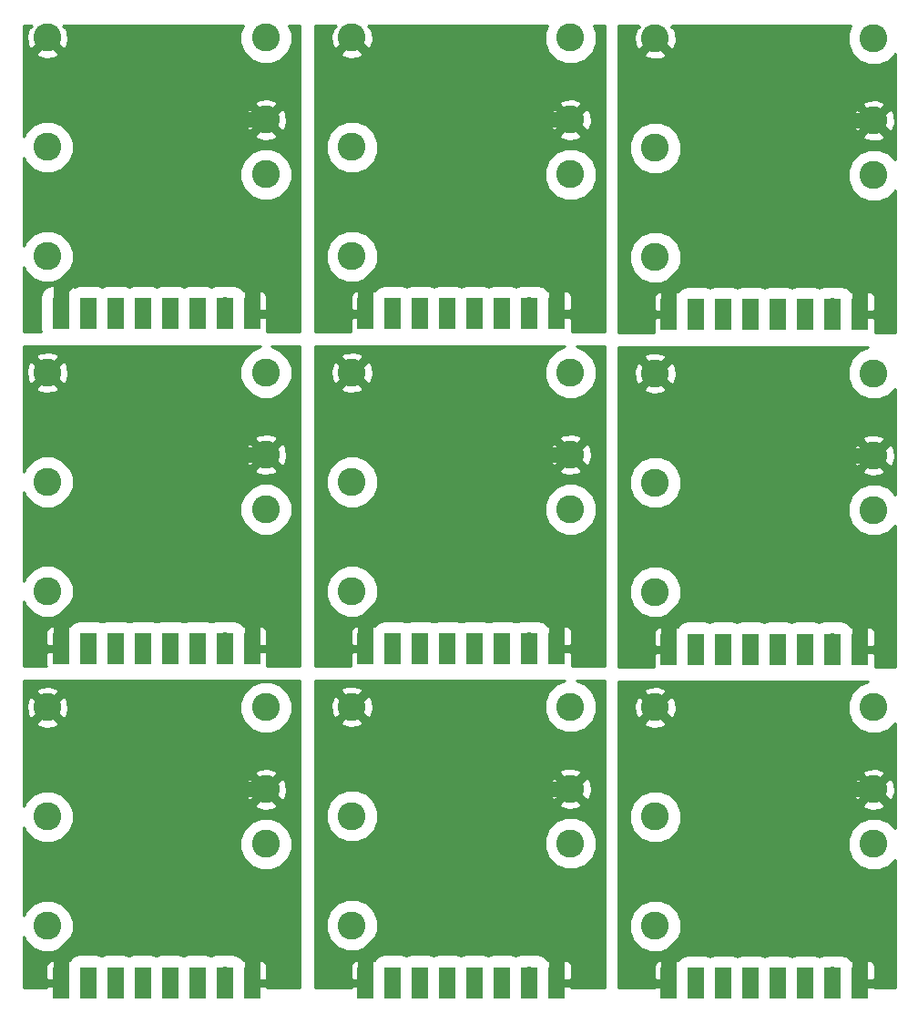
<source format=gbl>
G04 #@! TF.FileFunction,Copper,L2,Bot,Signal*
%FSLAX46Y46*%
G04 Gerber Fmt 4.6, Leading zero omitted, Abs format (unit mm)*
G04 Created by KiCad (PCBNEW 4.0.5+dfsg1-4) date Sun Oct 21 20:25:12 2018*
%MOMM*%
%LPD*%
G01*
G04 APERTURE LIST*
%ADD10C,0.150000*%
%ADD11R,1.524000X3.000000*%
%ADD12C,2.600000*%
%ADD13C,1.300480*%
%ADD14C,1.400000*%
%ADD15C,1.000760*%
%ADD16C,0.254000*%
G04 APERTURE END LIST*
D10*
D11*
X101917500Y-53911500D03*
X99377500Y-53911500D03*
X96837500Y-53911500D03*
X91757500Y-53911500D03*
X89217500Y-53911500D03*
X94297500Y-53911500D03*
X86677500Y-53911500D03*
X84137500Y-53911500D03*
X158432500Y-53975000D03*
X155892500Y-53975000D03*
X153352500Y-53975000D03*
X148272500Y-53975000D03*
X145732500Y-53975000D03*
X150812500Y-53975000D03*
X143192500Y-53975000D03*
X140652500Y-53975000D03*
X158432500Y-85090000D03*
X155892500Y-85090000D03*
X153352500Y-85090000D03*
X148272500Y-85090000D03*
X145732500Y-85090000D03*
X150812500Y-85090000D03*
X143192500Y-85090000D03*
X140652500Y-85090000D03*
X130238500Y-85026500D03*
X127698500Y-85026500D03*
X125158500Y-85026500D03*
X120078500Y-85026500D03*
X117538500Y-85026500D03*
X122618500Y-85026500D03*
X114998500Y-85026500D03*
X112458500Y-85026500D03*
X101917500Y-85026500D03*
X99377500Y-85026500D03*
X96837500Y-85026500D03*
X91757500Y-85026500D03*
X89217500Y-85026500D03*
X94297500Y-85026500D03*
X86677500Y-85026500D03*
X84137500Y-85026500D03*
X101917500Y-116078000D03*
X99377500Y-116078000D03*
X96837500Y-116078000D03*
X91757500Y-116078000D03*
X89217500Y-116078000D03*
X94297500Y-116078000D03*
X86677500Y-116078000D03*
X84137500Y-116078000D03*
X130238500Y-116078000D03*
X127698500Y-116078000D03*
X125158500Y-116078000D03*
X120078500Y-116078000D03*
X117538500Y-116078000D03*
X122618500Y-116078000D03*
X114998500Y-116078000D03*
X112458500Y-116078000D03*
X158432500Y-116141500D03*
X155892500Y-116141500D03*
X153352500Y-116141500D03*
X148272500Y-116141500D03*
X145732500Y-116141500D03*
X150812500Y-116141500D03*
X143192500Y-116141500D03*
X140652500Y-116141500D03*
X130238500Y-53911500D03*
X127698500Y-53911500D03*
X125158500Y-53911500D03*
X120078500Y-53911500D03*
X117538500Y-53911500D03*
X122618500Y-53911500D03*
X114998500Y-53911500D03*
X112458500Y-53911500D03*
D12*
X103187500Y-28257500D03*
X103187500Y-35877500D03*
X103187500Y-40957500D03*
X82867500Y-38417500D03*
X82867500Y-28257500D03*
X82867500Y-48577500D03*
X131508500Y-28257500D03*
X131508500Y-35877500D03*
X131508500Y-40957500D03*
X111188500Y-38417500D03*
X111188500Y-28257500D03*
X111188500Y-48577500D03*
X159702500Y-28321000D03*
X159702500Y-35941000D03*
X159702500Y-41021000D03*
X139382500Y-38481000D03*
X139382500Y-28321000D03*
X139382500Y-48641000D03*
X159702500Y-59436000D03*
X159702500Y-67056000D03*
X159702500Y-72136000D03*
X139382500Y-69596000D03*
X139382500Y-59436000D03*
X139382500Y-79756000D03*
X131508500Y-59372500D03*
X131508500Y-66992500D03*
X131508500Y-72072500D03*
X111188500Y-69532500D03*
X111188500Y-59372500D03*
X111188500Y-79692500D03*
X103187500Y-59372500D03*
X103187500Y-66992500D03*
X103187500Y-72072500D03*
X82867500Y-69532500D03*
X82867500Y-59372500D03*
X82867500Y-79692500D03*
X131508500Y-90424000D03*
X131508500Y-98044000D03*
X131508500Y-103124000D03*
X111188500Y-100584000D03*
X111188500Y-90424000D03*
X111188500Y-110744000D03*
X159702500Y-90487500D03*
X159702500Y-98107500D03*
X159702500Y-103187500D03*
X139382500Y-100647500D03*
X139382500Y-90487500D03*
X139382500Y-110807500D03*
X103187500Y-90487500D03*
X103187500Y-98107500D03*
X103187500Y-103187500D03*
X82867500Y-100647500D03*
X82867500Y-90487500D03*
X82867500Y-110807500D03*
D13*
X156908500Y-98107500D03*
X155257500Y-98107500D03*
X158432500Y-111950500D03*
X158432500Y-113474500D03*
X147002500Y-105473500D03*
X100393500Y-98044000D03*
X98742500Y-98044000D03*
X101917500Y-111887000D03*
X101917500Y-113411000D03*
X90487500Y-105410000D03*
X118808500Y-105410000D03*
X130238500Y-113411000D03*
X130238500Y-111887000D03*
X127063500Y-98044000D03*
X128714500Y-98044000D03*
X128714500Y-66992500D03*
X127063500Y-66992500D03*
X130238500Y-80835500D03*
X130238500Y-82359500D03*
X118808500Y-74358500D03*
X90487500Y-74358500D03*
X101917500Y-82359500D03*
X101917500Y-80835500D03*
X98742500Y-66992500D03*
X100393500Y-66992500D03*
X147002500Y-74422000D03*
X158432500Y-82423000D03*
X158432500Y-80899000D03*
X155257500Y-67056000D03*
X156908500Y-67056000D03*
X156908500Y-35941000D03*
X155257500Y-35941000D03*
X158432500Y-49784000D03*
X158432500Y-51308000D03*
X147002500Y-43307000D03*
X100393500Y-35877500D03*
X98742500Y-35877500D03*
X101917500Y-49720500D03*
X101917500Y-51244500D03*
X90487500Y-43243500D03*
X118808500Y-43243500D03*
X130238500Y-51244500D03*
X130238500Y-49720500D03*
X127063500Y-35877500D03*
X128714500Y-35877500D03*
D14*
X156908500Y-98107500D02*
X159702500Y-98107500D01*
X155130500Y-98107500D02*
X156908500Y-98107500D01*
X154749500Y-98488500D02*
X155130500Y-98107500D01*
X154749500Y-104711500D02*
X154749500Y-98488500D01*
X158432500Y-108394500D02*
X154749500Y-104711500D01*
X158432500Y-111950500D02*
X158432500Y-108394500D01*
X158432500Y-113474500D02*
X158432500Y-111950500D01*
X158432500Y-116141500D02*
X158432500Y-113474500D01*
X155257500Y-98107500D02*
X155130500Y-98107500D01*
X147002500Y-111950500D02*
X158432500Y-111950500D01*
X142430500Y-111950500D02*
X147002500Y-111950500D01*
X140652500Y-113728500D02*
X142430500Y-111950500D01*
X140652500Y-116141500D02*
X140652500Y-113728500D01*
X147002500Y-105473500D02*
X147002500Y-111950500D01*
X100393500Y-98044000D02*
X103187500Y-98044000D01*
X98615500Y-98044000D02*
X100393500Y-98044000D01*
X98234500Y-98425000D02*
X98615500Y-98044000D01*
X98234500Y-104648000D02*
X98234500Y-98425000D01*
X101917500Y-108331000D02*
X98234500Y-104648000D01*
X101917500Y-111887000D02*
X101917500Y-108331000D01*
X101917500Y-113411000D02*
X101917500Y-111887000D01*
X101917500Y-116078000D02*
X101917500Y-113411000D01*
X98742500Y-98044000D02*
X98615500Y-98044000D01*
X90487500Y-111887000D02*
X101917500Y-111887000D01*
X85915500Y-111887000D02*
X90487500Y-111887000D01*
X84137500Y-113665000D02*
X85915500Y-111887000D01*
X84137500Y-116078000D02*
X84137500Y-113665000D01*
X90487500Y-105410000D02*
X90487500Y-111887000D01*
X118808500Y-105410000D02*
X118808500Y-111887000D01*
X112458500Y-116078000D02*
X112458500Y-113665000D01*
X118808500Y-111887000D02*
X130238500Y-111887000D01*
X127063500Y-98044000D02*
X126936500Y-98044000D01*
X130238500Y-116078000D02*
X130238500Y-113411000D01*
X130238500Y-113411000D02*
X130238500Y-111887000D01*
X130238500Y-111887000D02*
X130238500Y-108331000D01*
X130238500Y-108331000D02*
X126555500Y-104648000D01*
X126555500Y-104648000D02*
X126555500Y-98425000D01*
X126555500Y-98425000D02*
X126936500Y-98044000D01*
X126936500Y-98044000D02*
X128714500Y-98044000D01*
X128714500Y-98044000D02*
X131508500Y-98044000D01*
X128714500Y-66992500D02*
X131508500Y-66992500D01*
X126936500Y-66992500D02*
X128714500Y-66992500D01*
X126555500Y-67373500D02*
X126936500Y-66992500D01*
X126555500Y-73596500D02*
X126555500Y-67373500D01*
X130238500Y-77279500D02*
X126555500Y-73596500D01*
X130238500Y-80835500D02*
X130238500Y-77279500D01*
X130238500Y-82359500D02*
X130238500Y-80835500D01*
X130238500Y-85026500D02*
X130238500Y-82359500D01*
X127063500Y-66992500D02*
X126936500Y-66992500D01*
X118808500Y-80835500D02*
X130238500Y-80835500D01*
X114236500Y-80835500D02*
X118808500Y-80835500D01*
X112458500Y-82613500D02*
X114236500Y-80835500D01*
X112458500Y-85026500D02*
X112458500Y-82613500D01*
X118808500Y-74358500D02*
X118808500Y-80835500D01*
X90487500Y-74358500D02*
X90487500Y-80835500D01*
X84137500Y-85026500D02*
X84137500Y-82613500D01*
X84137500Y-82613500D02*
X85915500Y-80835500D01*
X85915500Y-80835500D02*
X90487500Y-80835500D01*
X90487500Y-80835500D02*
X101917500Y-80835500D01*
X98742500Y-66992500D02*
X98615500Y-66992500D01*
X101917500Y-85026500D02*
X101917500Y-82359500D01*
X101917500Y-82359500D02*
X101917500Y-80835500D01*
X101917500Y-80835500D02*
X101917500Y-77279500D01*
X101917500Y-77279500D02*
X98234500Y-73596500D01*
X98234500Y-73596500D02*
X98234500Y-67373500D01*
X98234500Y-67373500D02*
X98615500Y-66992500D01*
X98615500Y-66992500D02*
X100393500Y-66992500D01*
X100393500Y-66992500D02*
X103187500Y-66992500D01*
X147002500Y-74422000D02*
X147002500Y-80899000D01*
X140652500Y-85090000D02*
X140652500Y-82677000D01*
X140652500Y-82677000D02*
X142430500Y-80899000D01*
X142430500Y-80899000D02*
X147002500Y-80899000D01*
X147002500Y-80899000D02*
X158432500Y-80899000D01*
X155257500Y-67056000D02*
X155130500Y-67056000D01*
X158432500Y-85090000D02*
X158432500Y-82423000D01*
X158432500Y-82423000D02*
X158432500Y-80899000D01*
X158432500Y-80899000D02*
X158432500Y-77343000D01*
X158432500Y-77343000D02*
X154749500Y-73660000D01*
X154749500Y-73660000D02*
X154749500Y-67437000D01*
X154749500Y-67437000D02*
X155130500Y-67056000D01*
X155130500Y-67056000D02*
X156908500Y-67056000D01*
X156908500Y-67056000D02*
X159702500Y-67056000D01*
X156908500Y-35941000D02*
X159702500Y-35941000D01*
X155130500Y-35941000D02*
X156908500Y-35941000D01*
X154749500Y-36322000D02*
X155130500Y-35941000D01*
X154749500Y-42545000D02*
X154749500Y-36322000D01*
X158432500Y-46228000D02*
X154749500Y-42545000D01*
X158432500Y-49784000D02*
X158432500Y-46228000D01*
X158432500Y-51308000D02*
X158432500Y-49784000D01*
X158432500Y-53975000D02*
X158432500Y-51308000D01*
X155257500Y-35941000D02*
X155130500Y-35941000D01*
X147002500Y-49784000D02*
X158432500Y-49784000D01*
X142430500Y-49784000D02*
X147002500Y-49784000D01*
X140652500Y-51562000D02*
X142430500Y-49784000D01*
X140652500Y-53975000D02*
X140652500Y-51562000D01*
X147002500Y-43307000D02*
X147002500Y-49784000D01*
X100393500Y-35877500D02*
X103187500Y-35877500D01*
X98615500Y-35877500D02*
X100393500Y-35877500D01*
X98234500Y-36258500D02*
X98615500Y-35877500D01*
X98234500Y-42481500D02*
X98234500Y-36258500D01*
X101917500Y-46164500D02*
X98234500Y-42481500D01*
X101917500Y-49720500D02*
X101917500Y-46164500D01*
X101917500Y-51244500D02*
X101917500Y-49720500D01*
X101917500Y-53911500D02*
X101917500Y-51244500D01*
X98742500Y-35877500D02*
X98615500Y-35877500D01*
X90487500Y-49720500D02*
X101917500Y-49720500D01*
X85915500Y-49720500D02*
X90487500Y-49720500D01*
X84137500Y-51498500D02*
X85915500Y-49720500D01*
X84137500Y-53911500D02*
X84137500Y-51498500D01*
X90487500Y-43243500D02*
X90487500Y-49720500D01*
X118808500Y-43243500D02*
X118808500Y-49720500D01*
X112458500Y-53911500D02*
X112458500Y-51498500D01*
X112458500Y-51498500D02*
X114236500Y-49720500D01*
X114236500Y-49720500D02*
X118808500Y-49720500D01*
X118808500Y-49720500D02*
X130238500Y-49720500D01*
X127063500Y-35877500D02*
X126936500Y-35877500D01*
X130238500Y-53911500D02*
X130238500Y-51244500D01*
X130238500Y-51244500D02*
X130238500Y-49720500D01*
X130238500Y-49720500D02*
X130238500Y-46164500D01*
X130238500Y-46164500D02*
X126555500Y-42481500D01*
X126555500Y-42481500D02*
X126555500Y-36258500D01*
X126555500Y-36258500D02*
X126936500Y-35877500D01*
X126936500Y-35877500D02*
X128714500Y-35877500D01*
X128714500Y-35877500D02*
X131508500Y-35877500D01*
X112458500Y-113665000D02*
X114236500Y-111887000D01*
X114236500Y-111887000D02*
X118808500Y-111887000D01*
D15*
X155892500Y-116141500D02*
X155892500Y-115125500D01*
X99377500Y-116078000D02*
X99377500Y-115062000D01*
X127698500Y-116078000D02*
X127698500Y-115062000D01*
X127698500Y-85026500D02*
X127698500Y-84010500D01*
X99377500Y-85026500D02*
X99377500Y-84010500D01*
X155892500Y-85090000D02*
X155892500Y-84074000D01*
X155892500Y-53975000D02*
X155892500Y-52959000D01*
X99377500Y-53911500D02*
X99377500Y-52895500D01*
X127698500Y-53911500D02*
X127698500Y-52895500D01*
D16*
G36*
X109727261Y-27182345D02*
X109447272Y-27329871D01*
X109224827Y-28066821D01*
X109301332Y-28832801D01*
X109447272Y-29185129D01*
X109727264Y-29332656D01*
X110802420Y-28257500D01*
X110788278Y-28243358D01*
X111174358Y-27857278D01*
X111188500Y-27871420D01*
X111202643Y-27857278D01*
X111588723Y-28243358D01*
X111574580Y-28257500D01*
X112649736Y-29332656D01*
X112929728Y-29185129D01*
X113152173Y-28448179D01*
X113075668Y-27682199D01*
X112929728Y-27329871D01*
X112649739Y-27182345D01*
X112733584Y-27098500D01*
X129361842Y-27098500D01*
X129081922Y-27772622D01*
X129081079Y-28738142D01*
X129449790Y-29630489D01*
X130131920Y-30313811D01*
X131023622Y-30684078D01*
X131989142Y-30684921D01*
X132881489Y-30316210D01*
X133564811Y-29634080D01*
X133935078Y-28742378D01*
X133935921Y-27776858D01*
X133655629Y-27098500D01*
X134683500Y-27098500D01*
X134683500Y-55562500D01*
X131625273Y-55562500D01*
X131635500Y-55537810D01*
X131635500Y-54343250D01*
X131476750Y-54184500D01*
X130511500Y-54184500D01*
X130511500Y-54204500D01*
X129965500Y-54204500D01*
X129965500Y-54184500D01*
X129945500Y-54184500D01*
X129945500Y-53638500D01*
X129965500Y-53638500D01*
X129965500Y-51935250D01*
X130511500Y-51935250D01*
X130511500Y-53638500D01*
X131476750Y-53638500D01*
X131635500Y-53479750D01*
X131635500Y-52285190D01*
X131538827Y-52051801D01*
X131360198Y-51873173D01*
X131126809Y-51776500D01*
X130670250Y-51776500D01*
X130511500Y-51935250D01*
X129965500Y-51935250D01*
X129806750Y-51776500D01*
X129391128Y-51776500D01*
X129284169Y-51610281D01*
X128907556Y-51352952D01*
X128460500Y-51262421D01*
X126936500Y-51262421D01*
X126518859Y-51341006D01*
X126431935Y-51396940D01*
X126367556Y-51352952D01*
X125920500Y-51262421D01*
X124396500Y-51262421D01*
X123978859Y-51341006D01*
X123891935Y-51396940D01*
X123827556Y-51352952D01*
X123380500Y-51262421D01*
X121856500Y-51262421D01*
X121438859Y-51341006D01*
X121351935Y-51396940D01*
X121287556Y-51352952D01*
X120840500Y-51262421D01*
X119316500Y-51262421D01*
X118898859Y-51341006D01*
X118811935Y-51396940D01*
X118747556Y-51352952D01*
X118300500Y-51262421D01*
X116776500Y-51262421D01*
X116358859Y-51341006D01*
X116271935Y-51396940D01*
X116207556Y-51352952D01*
X115760500Y-51262421D01*
X114236500Y-51262421D01*
X113818859Y-51341006D01*
X113435281Y-51587831D01*
X113306369Y-51776500D01*
X112890250Y-51776500D01*
X112731500Y-51935250D01*
X112731500Y-53638500D01*
X112751500Y-53638500D01*
X112751500Y-54184500D01*
X112731500Y-54184500D01*
X112731500Y-54204500D01*
X112185500Y-54204500D01*
X112185500Y-54184500D01*
X111220250Y-54184500D01*
X111061500Y-54343250D01*
X111061500Y-55537810D01*
X111071727Y-55562500D01*
X107759500Y-55562500D01*
X107759500Y-52285190D01*
X111061500Y-52285190D01*
X111061500Y-53479750D01*
X111220250Y-53638500D01*
X112185500Y-53638500D01*
X112185500Y-51935250D01*
X112026750Y-51776500D01*
X111570191Y-51776500D01*
X111336802Y-51873173D01*
X111158173Y-52051801D01*
X111061500Y-52285190D01*
X107759500Y-52285190D01*
X107759500Y-49058142D01*
X108761079Y-49058142D01*
X109129790Y-49950489D01*
X109811920Y-50633811D01*
X110703622Y-51004078D01*
X111669142Y-51004921D01*
X112561489Y-50636210D01*
X113244811Y-49954080D01*
X113615078Y-49062378D01*
X113615921Y-48096858D01*
X113247210Y-47204511D01*
X112565080Y-46521189D01*
X111673378Y-46150922D01*
X110707858Y-46150079D01*
X109815511Y-46518790D01*
X109132189Y-47200920D01*
X108761922Y-48092622D01*
X108761079Y-49058142D01*
X107759500Y-49058142D01*
X107759500Y-41438142D01*
X129081079Y-41438142D01*
X129449790Y-42330489D01*
X130131920Y-43013811D01*
X131023622Y-43384078D01*
X131989142Y-43384921D01*
X132881489Y-43016210D01*
X133564811Y-42334080D01*
X133935078Y-41442378D01*
X133935921Y-40476858D01*
X133567210Y-39584511D01*
X132885080Y-38901189D01*
X131993378Y-38530922D01*
X131027858Y-38530079D01*
X130135511Y-38898790D01*
X129452189Y-39580920D01*
X129081922Y-40472622D01*
X129081079Y-41438142D01*
X107759500Y-41438142D01*
X107759500Y-38898142D01*
X108761079Y-38898142D01*
X109129790Y-39790489D01*
X109811920Y-40473811D01*
X110703622Y-40844078D01*
X111669142Y-40844921D01*
X112561489Y-40476210D01*
X113244811Y-39794080D01*
X113615078Y-38902378D01*
X113615921Y-37936858D01*
X113368782Y-37338736D01*
X130433344Y-37338736D01*
X130580871Y-37618728D01*
X131317821Y-37841173D01*
X132083801Y-37764668D01*
X132436129Y-37618728D01*
X132583656Y-37338736D01*
X131508500Y-36263580D01*
X130433344Y-37338736D01*
X113368782Y-37338736D01*
X113247210Y-37044511D01*
X112565080Y-36361189D01*
X111673378Y-35990922D01*
X110707858Y-35990079D01*
X109815511Y-36358790D01*
X109132189Y-37040920D01*
X108761922Y-37932622D01*
X108761079Y-38898142D01*
X107759500Y-38898142D01*
X107759500Y-35686821D01*
X129544827Y-35686821D01*
X129621332Y-36452801D01*
X129767272Y-36805129D01*
X130047264Y-36952656D01*
X131122420Y-35877500D01*
X131894580Y-35877500D01*
X132969736Y-36952656D01*
X133249728Y-36805129D01*
X133472173Y-36068179D01*
X133395668Y-35302199D01*
X133249728Y-34949871D01*
X132969736Y-34802344D01*
X131894580Y-35877500D01*
X131122420Y-35877500D01*
X130047264Y-34802344D01*
X129767272Y-34949871D01*
X129544827Y-35686821D01*
X107759500Y-35686821D01*
X107759500Y-34416264D01*
X130433344Y-34416264D01*
X131508500Y-35491420D01*
X132583656Y-34416264D01*
X132436129Y-34136272D01*
X131699179Y-33913827D01*
X130933199Y-33990332D01*
X130580871Y-34136272D01*
X130433344Y-34416264D01*
X107759500Y-34416264D01*
X107759500Y-29718736D01*
X110113344Y-29718736D01*
X110260871Y-29998728D01*
X110997821Y-30221173D01*
X111763801Y-30144668D01*
X112116129Y-29998728D01*
X112263656Y-29718736D01*
X111188500Y-28643580D01*
X110113344Y-29718736D01*
X107759500Y-29718736D01*
X107759500Y-27098500D01*
X109643416Y-27098500D01*
X109727261Y-27182345D01*
X109727261Y-27182345D01*
G37*
X109727261Y-27182345D02*
X109447272Y-27329871D01*
X109224827Y-28066821D01*
X109301332Y-28832801D01*
X109447272Y-29185129D01*
X109727264Y-29332656D01*
X110802420Y-28257500D01*
X110788278Y-28243358D01*
X111174358Y-27857278D01*
X111188500Y-27871420D01*
X111202643Y-27857278D01*
X111588723Y-28243358D01*
X111574580Y-28257500D01*
X112649736Y-29332656D01*
X112929728Y-29185129D01*
X113152173Y-28448179D01*
X113075668Y-27682199D01*
X112929728Y-27329871D01*
X112649739Y-27182345D01*
X112733584Y-27098500D01*
X129361842Y-27098500D01*
X129081922Y-27772622D01*
X129081079Y-28738142D01*
X129449790Y-29630489D01*
X130131920Y-30313811D01*
X131023622Y-30684078D01*
X131989142Y-30684921D01*
X132881489Y-30316210D01*
X133564811Y-29634080D01*
X133935078Y-28742378D01*
X133935921Y-27776858D01*
X133655629Y-27098500D01*
X134683500Y-27098500D01*
X134683500Y-55562500D01*
X131625273Y-55562500D01*
X131635500Y-55537810D01*
X131635500Y-54343250D01*
X131476750Y-54184500D01*
X130511500Y-54184500D01*
X130511500Y-54204500D01*
X129965500Y-54204500D01*
X129965500Y-54184500D01*
X129945500Y-54184500D01*
X129945500Y-53638500D01*
X129965500Y-53638500D01*
X129965500Y-51935250D01*
X130511500Y-51935250D01*
X130511500Y-53638500D01*
X131476750Y-53638500D01*
X131635500Y-53479750D01*
X131635500Y-52285190D01*
X131538827Y-52051801D01*
X131360198Y-51873173D01*
X131126809Y-51776500D01*
X130670250Y-51776500D01*
X130511500Y-51935250D01*
X129965500Y-51935250D01*
X129806750Y-51776500D01*
X129391128Y-51776500D01*
X129284169Y-51610281D01*
X128907556Y-51352952D01*
X128460500Y-51262421D01*
X126936500Y-51262421D01*
X126518859Y-51341006D01*
X126431935Y-51396940D01*
X126367556Y-51352952D01*
X125920500Y-51262421D01*
X124396500Y-51262421D01*
X123978859Y-51341006D01*
X123891935Y-51396940D01*
X123827556Y-51352952D01*
X123380500Y-51262421D01*
X121856500Y-51262421D01*
X121438859Y-51341006D01*
X121351935Y-51396940D01*
X121287556Y-51352952D01*
X120840500Y-51262421D01*
X119316500Y-51262421D01*
X118898859Y-51341006D01*
X118811935Y-51396940D01*
X118747556Y-51352952D01*
X118300500Y-51262421D01*
X116776500Y-51262421D01*
X116358859Y-51341006D01*
X116271935Y-51396940D01*
X116207556Y-51352952D01*
X115760500Y-51262421D01*
X114236500Y-51262421D01*
X113818859Y-51341006D01*
X113435281Y-51587831D01*
X113306369Y-51776500D01*
X112890250Y-51776500D01*
X112731500Y-51935250D01*
X112731500Y-53638500D01*
X112751500Y-53638500D01*
X112751500Y-54184500D01*
X112731500Y-54184500D01*
X112731500Y-54204500D01*
X112185500Y-54204500D01*
X112185500Y-54184500D01*
X111220250Y-54184500D01*
X111061500Y-54343250D01*
X111061500Y-55537810D01*
X111071727Y-55562500D01*
X107759500Y-55562500D01*
X107759500Y-52285190D01*
X111061500Y-52285190D01*
X111061500Y-53479750D01*
X111220250Y-53638500D01*
X112185500Y-53638500D01*
X112185500Y-51935250D01*
X112026750Y-51776500D01*
X111570191Y-51776500D01*
X111336802Y-51873173D01*
X111158173Y-52051801D01*
X111061500Y-52285190D01*
X107759500Y-52285190D01*
X107759500Y-49058142D01*
X108761079Y-49058142D01*
X109129790Y-49950489D01*
X109811920Y-50633811D01*
X110703622Y-51004078D01*
X111669142Y-51004921D01*
X112561489Y-50636210D01*
X113244811Y-49954080D01*
X113615078Y-49062378D01*
X113615921Y-48096858D01*
X113247210Y-47204511D01*
X112565080Y-46521189D01*
X111673378Y-46150922D01*
X110707858Y-46150079D01*
X109815511Y-46518790D01*
X109132189Y-47200920D01*
X108761922Y-48092622D01*
X108761079Y-49058142D01*
X107759500Y-49058142D01*
X107759500Y-41438142D01*
X129081079Y-41438142D01*
X129449790Y-42330489D01*
X130131920Y-43013811D01*
X131023622Y-43384078D01*
X131989142Y-43384921D01*
X132881489Y-43016210D01*
X133564811Y-42334080D01*
X133935078Y-41442378D01*
X133935921Y-40476858D01*
X133567210Y-39584511D01*
X132885080Y-38901189D01*
X131993378Y-38530922D01*
X131027858Y-38530079D01*
X130135511Y-38898790D01*
X129452189Y-39580920D01*
X129081922Y-40472622D01*
X129081079Y-41438142D01*
X107759500Y-41438142D01*
X107759500Y-38898142D01*
X108761079Y-38898142D01*
X109129790Y-39790489D01*
X109811920Y-40473811D01*
X110703622Y-40844078D01*
X111669142Y-40844921D01*
X112561489Y-40476210D01*
X113244811Y-39794080D01*
X113615078Y-38902378D01*
X113615921Y-37936858D01*
X113368782Y-37338736D01*
X130433344Y-37338736D01*
X130580871Y-37618728D01*
X131317821Y-37841173D01*
X132083801Y-37764668D01*
X132436129Y-37618728D01*
X132583656Y-37338736D01*
X131508500Y-36263580D01*
X130433344Y-37338736D01*
X113368782Y-37338736D01*
X113247210Y-37044511D01*
X112565080Y-36361189D01*
X111673378Y-35990922D01*
X110707858Y-35990079D01*
X109815511Y-36358790D01*
X109132189Y-37040920D01*
X108761922Y-37932622D01*
X108761079Y-38898142D01*
X107759500Y-38898142D01*
X107759500Y-35686821D01*
X129544827Y-35686821D01*
X129621332Y-36452801D01*
X129767272Y-36805129D01*
X130047264Y-36952656D01*
X131122420Y-35877500D01*
X131894580Y-35877500D01*
X132969736Y-36952656D01*
X133249728Y-36805129D01*
X133472173Y-36068179D01*
X133395668Y-35302199D01*
X133249728Y-34949871D01*
X132969736Y-34802344D01*
X131894580Y-35877500D01*
X131122420Y-35877500D01*
X130047264Y-34802344D01*
X129767272Y-34949871D01*
X129544827Y-35686821D01*
X107759500Y-35686821D01*
X107759500Y-34416264D01*
X130433344Y-34416264D01*
X131508500Y-35491420D01*
X132583656Y-34416264D01*
X132436129Y-34136272D01*
X131699179Y-33913827D01*
X130933199Y-33990332D01*
X130580871Y-34136272D01*
X130433344Y-34416264D01*
X107759500Y-34416264D01*
X107759500Y-29718736D01*
X110113344Y-29718736D01*
X110260871Y-29998728D01*
X110997821Y-30221173D01*
X111763801Y-30144668D01*
X112116129Y-29998728D01*
X112263656Y-29718736D01*
X111188500Y-28643580D01*
X110113344Y-29718736D01*
X107759500Y-29718736D01*
X107759500Y-27098500D01*
X109643416Y-27098500D01*
X109727261Y-27182345D01*
G36*
X81406261Y-27182345D02*
X81126272Y-27329871D01*
X80903827Y-28066821D01*
X80980332Y-28832801D01*
X81126272Y-29185129D01*
X81406264Y-29332656D01*
X82481420Y-28257500D01*
X82467278Y-28243358D01*
X82853358Y-27857278D01*
X82867500Y-27871420D01*
X82881643Y-27857278D01*
X83267723Y-28243358D01*
X83253580Y-28257500D01*
X84328736Y-29332656D01*
X84608728Y-29185129D01*
X84831173Y-28448179D01*
X84754668Y-27682199D01*
X84608728Y-27329871D01*
X84328739Y-27182345D01*
X84412584Y-27098500D01*
X101040842Y-27098500D01*
X100760922Y-27772622D01*
X100760079Y-28738142D01*
X101128790Y-29630489D01*
X101810920Y-30313811D01*
X102702622Y-30684078D01*
X103668142Y-30684921D01*
X104560489Y-30316210D01*
X105243811Y-29634080D01*
X105614078Y-28742378D01*
X105614921Y-27776858D01*
X105334629Y-27098500D01*
X106362500Y-27098500D01*
X106362500Y-55562500D01*
X103304273Y-55562500D01*
X103314500Y-55537810D01*
X103314500Y-54343250D01*
X103155750Y-54184500D01*
X102190500Y-54184500D01*
X102190500Y-54204500D01*
X101644500Y-54204500D01*
X101644500Y-54184500D01*
X101624500Y-54184500D01*
X101624500Y-53638500D01*
X101644500Y-53638500D01*
X101644500Y-51935250D01*
X102190500Y-51935250D01*
X102190500Y-53638500D01*
X103155750Y-53638500D01*
X103314500Y-53479750D01*
X103314500Y-52285190D01*
X103217827Y-52051801D01*
X103039198Y-51873173D01*
X102805809Y-51776500D01*
X102349250Y-51776500D01*
X102190500Y-51935250D01*
X101644500Y-51935250D01*
X101485750Y-51776500D01*
X101070128Y-51776500D01*
X100963169Y-51610281D01*
X100586556Y-51352952D01*
X100139500Y-51262421D01*
X98615500Y-51262421D01*
X98197859Y-51341006D01*
X98110935Y-51396940D01*
X98046556Y-51352952D01*
X97599500Y-51262421D01*
X96075500Y-51262421D01*
X95657859Y-51341006D01*
X95570935Y-51396940D01*
X95506556Y-51352952D01*
X95059500Y-51262421D01*
X93535500Y-51262421D01*
X93117859Y-51341006D01*
X93030935Y-51396940D01*
X92966556Y-51352952D01*
X92519500Y-51262421D01*
X90995500Y-51262421D01*
X90577859Y-51341006D01*
X90490935Y-51396940D01*
X90426556Y-51352952D01*
X89979500Y-51262421D01*
X88455500Y-51262421D01*
X88037859Y-51341006D01*
X87950935Y-51396940D01*
X87886556Y-51352952D01*
X87439500Y-51262421D01*
X85915500Y-51262421D01*
X85497859Y-51341006D01*
X85410935Y-51396940D01*
X85346556Y-51352952D01*
X84899500Y-51262421D01*
X83375500Y-51262421D01*
X82957859Y-51341006D01*
X82574281Y-51587831D01*
X82316952Y-51964444D01*
X82226421Y-52411500D01*
X82226421Y-55411500D01*
X82254834Y-55562500D01*
X80629000Y-55562500D01*
X80629000Y-49515365D01*
X80808790Y-49950489D01*
X81490920Y-50633811D01*
X82382622Y-51004078D01*
X83348142Y-51004921D01*
X84240489Y-50636210D01*
X84923811Y-49954080D01*
X85294078Y-49062378D01*
X85294921Y-48096858D01*
X84926210Y-47204511D01*
X84244080Y-46521189D01*
X83352378Y-46150922D01*
X82386858Y-46150079D01*
X81494511Y-46518790D01*
X80811189Y-47200920D01*
X80629000Y-47639680D01*
X80629000Y-41438142D01*
X100760079Y-41438142D01*
X101128790Y-42330489D01*
X101810920Y-43013811D01*
X102702622Y-43384078D01*
X103668142Y-43384921D01*
X104560489Y-43016210D01*
X105243811Y-42334080D01*
X105614078Y-41442378D01*
X105614921Y-40476858D01*
X105246210Y-39584511D01*
X104564080Y-38901189D01*
X103672378Y-38530922D01*
X102706858Y-38530079D01*
X101814511Y-38898790D01*
X101131189Y-39580920D01*
X100760922Y-40472622D01*
X100760079Y-41438142D01*
X80629000Y-41438142D01*
X80629000Y-39355365D01*
X80808790Y-39790489D01*
X81490920Y-40473811D01*
X82382622Y-40844078D01*
X83348142Y-40844921D01*
X84240489Y-40476210D01*
X84923811Y-39794080D01*
X85294078Y-38902378D01*
X85294921Y-37936858D01*
X85047782Y-37338736D01*
X102112344Y-37338736D01*
X102259871Y-37618728D01*
X102996821Y-37841173D01*
X103762801Y-37764668D01*
X104115129Y-37618728D01*
X104262656Y-37338736D01*
X103187500Y-36263580D01*
X102112344Y-37338736D01*
X85047782Y-37338736D01*
X84926210Y-37044511D01*
X84244080Y-36361189D01*
X83352378Y-35990922D01*
X82386858Y-35990079D01*
X81494511Y-36358790D01*
X80811189Y-37040920D01*
X80629000Y-37479680D01*
X80629000Y-35686821D01*
X101223827Y-35686821D01*
X101300332Y-36452801D01*
X101446272Y-36805129D01*
X101726264Y-36952656D01*
X102801420Y-35877500D01*
X103573580Y-35877500D01*
X104648736Y-36952656D01*
X104928728Y-36805129D01*
X105151173Y-36068179D01*
X105074668Y-35302199D01*
X104928728Y-34949871D01*
X104648736Y-34802344D01*
X103573580Y-35877500D01*
X102801420Y-35877500D01*
X101726264Y-34802344D01*
X101446272Y-34949871D01*
X101223827Y-35686821D01*
X80629000Y-35686821D01*
X80629000Y-34416264D01*
X102112344Y-34416264D01*
X103187500Y-35491420D01*
X104262656Y-34416264D01*
X104115129Y-34136272D01*
X103378179Y-33913827D01*
X102612199Y-33990332D01*
X102259871Y-34136272D01*
X102112344Y-34416264D01*
X80629000Y-34416264D01*
X80629000Y-29718736D01*
X81792344Y-29718736D01*
X81939871Y-29998728D01*
X82676821Y-30221173D01*
X83442801Y-30144668D01*
X83795129Y-29998728D01*
X83942656Y-29718736D01*
X82867500Y-28643580D01*
X81792344Y-29718736D01*
X80629000Y-29718736D01*
X80629000Y-27098500D01*
X81322416Y-27098500D01*
X81406261Y-27182345D01*
X81406261Y-27182345D01*
G37*
X81406261Y-27182345D02*
X81126272Y-27329871D01*
X80903827Y-28066821D01*
X80980332Y-28832801D01*
X81126272Y-29185129D01*
X81406264Y-29332656D01*
X82481420Y-28257500D01*
X82467278Y-28243358D01*
X82853358Y-27857278D01*
X82867500Y-27871420D01*
X82881643Y-27857278D01*
X83267723Y-28243358D01*
X83253580Y-28257500D01*
X84328736Y-29332656D01*
X84608728Y-29185129D01*
X84831173Y-28448179D01*
X84754668Y-27682199D01*
X84608728Y-27329871D01*
X84328739Y-27182345D01*
X84412584Y-27098500D01*
X101040842Y-27098500D01*
X100760922Y-27772622D01*
X100760079Y-28738142D01*
X101128790Y-29630489D01*
X101810920Y-30313811D01*
X102702622Y-30684078D01*
X103668142Y-30684921D01*
X104560489Y-30316210D01*
X105243811Y-29634080D01*
X105614078Y-28742378D01*
X105614921Y-27776858D01*
X105334629Y-27098500D01*
X106362500Y-27098500D01*
X106362500Y-55562500D01*
X103304273Y-55562500D01*
X103314500Y-55537810D01*
X103314500Y-54343250D01*
X103155750Y-54184500D01*
X102190500Y-54184500D01*
X102190500Y-54204500D01*
X101644500Y-54204500D01*
X101644500Y-54184500D01*
X101624500Y-54184500D01*
X101624500Y-53638500D01*
X101644500Y-53638500D01*
X101644500Y-51935250D01*
X102190500Y-51935250D01*
X102190500Y-53638500D01*
X103155750Y-53638500D01*
X103314500Y-53479750D01*
X103314500Y-52285190D01*
X103217827Y-52051801D01*
X103039198Y-51873173D01*
X102805809Y-51776500D01*
X102349250Y-51776500D01*
X102190500Y-51935250D01*
X101644500Y-51935250D01*
X101485750Y-51776500D01*
X101070128Y-51776500D01*
X100963169Y-51610281D01*
X100586556Y-51352952D01*
X100139500Y-51262421D01*
X98615500Y-51262421D01*
X98197859Y-51341006D01*
X98110935Y-51396940D01*
X98046556Y-51352952D01*
X97599500Y-51262421D01*
X96075500Y-51262421D01*
X95657859Y-51341006D01*
X95570935Y-51396940D01*
X95506556Y-51352952D01*
X95059500Y-51262421D01*
X93535500Y-51262421D01*
X93117859Y-51341006D01*
X93030935Y-51396940D01*
X92966556Y-51352952D01*
X92519500Y-51262421D01*
X90995500Y-51262421D01*
X90577859Y-51341006D01*
X90490935Y-51396940D01*
X90426556Y-51352952D01*
X89979500Y-51262421D01*
X88455500Y-51262421D01*
X88037859Y-51341006D01*
X87950935Y-51396940D01*
X87886556Y-51352952D01*
X87439500Y-51262421D01*
X85915500Y-51262421D01*
X85497859Y-51341006D01*
X85410935Y-51396940D01*
X85346556Y-51352952D01*
X84899500Y-51262421D01*
X83375500Y-51262421D01*
X82957859Y-51341006D01*
X82574281Y-51587831D01*
X82316952Y-51964444D01*
X82226421Y-52411500D01*
X82226421Y-55411500D01*
X82254834Y-55562500D01*
X80629000Y-55562500D01*
X80629000Y-49515365D01*
X80808790Y-49950489D01*
X81490920Y-50633811D01*
X82382622Y-51004078D01*
X83348142Y-51004921D01*
X84240489Y-50636210D01*
X84923811Y-49954080D01*
X85294078Y-49062378D01*
X85294921Y-48096858D01*
X84926210Y-47204511D01*
X84244080Y-46521189D01*
X83352378Y-46150922D01*
X82386858Y-46150079D01*
X81494511Y-46518790D01*
X80811189Y-47200920D01*
X80629000Y-47639680D01*
X80629000Y-41438142D01*
X100760079Y-41438142D01*
X101128790Y-42330489D01*
X101810920Y-43013811D01*
X102702622Y-43384078D01*
X103668142Y-43384921D01*
X104560489Y-43016210D01*
X105243811Y-42334080D01*
X105614078Y-41442378D01*
X105614921Y-40476858D01*
X105246210Y-39584511D01*
X104564080Y-38901189D01*
X103672378Y-38530922D01*
X102706858Y-38530079D01*
X101814511Y-38898790D01*
X101131189Y-39580920D01*
X100760922Y-40472622D01*
X100760079Y-41438142D01*
X80629000Y-41438142D01*
X80629000Y-39355365D01*
X80808790Y-39790489D01*
X81490920Y-40473811D01*
X82382622Y-40844078D01*
X83348142Y-40844921D01*
X84240489Y-40476210D01*
X84923811Y-39794080D01*
X85294078Y-38902378D01*
X85294921Y-37936858D01*
X85047782Y-37338736D01*
X102112344Y-37338736D01*
X102259871Y-37618728D01*
X102996821Y-37841173D01*
X103762801Y-37764668D01*
X104115129Y-37618728D01*
X104262656Y-37338736D01*
X103187500Y-36263580D01*
X102112344Y-37338736D01*
X85047782Y-37338736D01*
X84926210Y-37044511D01*
X84244080Y-36361189D01*
X83352378Y-35990922D01*
X82386858Y-35990079D01*
X81494511Y-36358790D01*
X80811189Y-37040920D01*
X80629000Y-37479680D01*
X80629000Y-35686821D01*
X101223827Y-35686821D01*
X101300332Y-36452801D01*
X101446272Y-36805129D01*
X101726264Y-36952656D01*
X102801420Y-35877500D01*
X103573580Y-35877500D01*
X104648736Y-36952656D01*
X104928728Y-36805129D01*
X105151173Y-36068179D01*
X105074668Y-35302199D01*
X104928728Y-34949871D01*
X104648736Y-34802344D01*
X103573580Y-35877500D01*
X102801420Y-35877500D01*
X101726264Y-34802344D01*
X101446272Y-34949871D01*
X101223827Y-35686821D01*
X80629000Y-35686821D01*
X80629000Y-34416264D01*
X102112344Y-34416264D01*
X103187500Y-35491420D01*
X104262656Y-34416264D01*
X104115129Y-34136272D01*
X103378179Y-33913827D01*
X102612199Y-33990332D01*
X102259871Y-34136272D01*
X102112344Y-34416264D01*
X80629000Y-34416264D01*
X80629000Y-29718736D01*
X81792344Y-29718736D01*
X81939871Y-29998728D01*
X82676821Y-30221173D01*
X83442801Y-30144668D01*
X83795129Y-29998728D01*
X83942656Y-29718736D01*
X82867500Y-28643580D01*
X81792344Y-29718736D01*
X80629000Y-29718736D01*
X80629000Y-27098500D01*
X81322416Y-27098500D01*
X81406261Y-27182345D01*
G36*
X137796160Y-27120744D02*
X137921261Y-27245845D01*
X137641272Y-27393371D01*
X137418827Y-28130321D01*
X137495332Y-28896301D01*
X137641272Y-29248629D01*
X137921264Y-29396156D01*
X138996420Y-28321000D01*
X138982278Y-28306858D01*
X139368358Y-27920778D01*
X139382500Y-27934920D01*
X139396643Y-27920778D01*
X139782723Y-28306858D01*
X139768580Y-28321000D01*
X140843736Y-29396156D01*
X141123728Y-29248629D01*
X141346173Y-28511679D01*
X141269668Y-27745699D01*
X141123728Y-27393371D01*
X140843739Y-27245845D01*
X140968840Y-27120744D01*
X140946596Y-27098500D01*
X157582209Y-27098500D01*
X157275922Y-27836122D01*
X157275079Y-28801642D01*
X157643790Y-29693989D01*
X158325920Y-30377311D01*
X159217622Y-30747578D01*
X160183142Y-30748421D01*
X161075489Y-30379710D01*
X161687000Y-29769266D01*
X161687000Y-39573671D01*
X161079080Y-38964689D01*
X160187378Y-38594422D01*
X159221858Y-38593579D01*
X158329511Y-38962290D01*
X157646189Y-39644420D01*
X157275922Y-40536122D01*
X157275079Y-41501642D01*
X157643790Y-42393989D01*
X158325920Y-43077311D01*
X159217622Y-43447578D01*
X160183142Y-43448421D01*
X161075489Y-43079710D01*
X161687000Y-42469266D01*
X161687000Y-55626000D01*
X159819273Y-55626000D01*
X159829500Y-55601310D01*
X159829500Y-54406750D01*
X159670750Y-54248000D01*
X158705500Y-54248000D01*
X158705500Y-54268000D01*
X158159500Y-54268000D01*
X158159500Y-54248000D01*
X158139500Y-54248000D01*
X158139500Y-53702000D01*
X158159500Y-53702000D01*
X158159500Y-51998750D01*
X158705500Y-51998750D01*
X158705500Y-53702000D01*
X159670750Y-53702000D01*
X159829500Y-53543250D01*
X159829500Y-52348690D01*
X159732827Y-52115301D01*
X159554198Y-51936673D01*
X159320809Y-51840000D01*
X158864250Y-51840000D01*
X158705500Y-51998750D01*
X158159500Y-51998750D01*
X158000750Y-51840000D01*
X157585128Y-51840000D01*
X157478169Y-51673781D01*
X157101556Y-51416452D01*
X156654500Y-51325921D01*
X155130500Y-51325921D01*
X154712859Y-51404506D01*
X154625935Y-51460440D01*
X154561556Y-51416452D01*
X154114500Y-51325921D01*
X152590500Y-51325921D01*
X152172859Y-51404506D01*
X152085935Y-51460440D01*
X152021556Y-51416452D01*
X151574500Y-51325921D01*
X150050500Y-51325921D01*
X149632859Y-51404506D01*
X149545935Y-51460440D01*
X149481556Y-51416452D01*
X149034500Y-51325921D01*
X147510500Y-51325921D01*
X147092859Y-51404506D01*
X147005935Y-51460440D01*
X146941556Y-51416452D01*
X146494500Y-51325921D01*
X144970500Y-51325921D01*
X144552859Y-51404506D01*
X144465935Y-51460440D01*
X144401556Y-51416452D01*
X143954500Y-51325921D01*
X142430500Y-51325921D01*
X142012859Y-51404506D01*
X141629281Y-51651331D01*
X141500369Y-51840000D01*
X141084250Y-51840000D01*
X140925500Y-51998750D01*
X140925500Y-53702000D01*
X140945500Y-53702000D01*
X140945500Y-54248000D01*
X140925500Y-54248000D01*
X140925500Y-54268000D01*
X140379500Y-54268000D01*
X140379500Y-54248000D01*
X139414250Y-54248000D01*
X139255500Y-54406750D01*
X139255500Y-55601310D01*
X139265727Y-55626000D01*
X135953500Y-55626000D01*
X135953500Y-52348690D01*
X139255500Y-52348690D01*
X139255500Y-53543250D01*
X139414250Y-53702000D01*
X140379500Y-53702000D01*
X140379500Y-51998750D01*
X140220750Y-51840000D01*
X139764191Y-51840000D01*
X139530802Y-51936673D01*
X139352173Y-52115301D01*
X139255500Y-52348690D01*
X135953500Y-52348690D01*
X135953500Y-49121642D01*
X136955079Y-49121642D01*
X137323790Y-50013989D01*
X138005920Y-50697311D01*
X138897622Y-51067578D01*
X139863142Y-51068421D01*
X140755489Y-50699710D01*
X141438811Y-50017580D01*
X141809078Y-49125878D01*
X141809921Y-48160358D01*
X141441210Y-47268011D01*
X140759080Y-46584689D01*
X139867378Y-46214422D01*
X138901858Y-46213579D01*
X138009511Y-46582290D01*
X137326189Y-47264420D01*
X136955922Y-48156122D01*
X136955079Y-49121642D01*
X135953500Y-49121642D01*
X135953500Y-38961642D01*
X136955079Y-38961642D01*
X137323790Y-39853989D01*
X138005920Y-40537311D01*
X138897622Y-40907578D01*
X139863142Y-40908421D01*
X140755489Y-40539710D01*
X141438811Y-39857580D01*
X141809078Y-38965878D01*
X141809921Y-38000358D01*
X141562782Y-37402236D01*
X158627344Y-37402236D01*
X158774871Y-37682228D01*
X159511821Y-37904673D01*
X160277801Y-37828168D01*
X160630129Y-37682228D01*
X160777656Y-37402236D01*
X159702500Y-36327080D01*
X158627344Y-37402236D01*
X141562782Y-37402236D01*
X141441210Y-37108011D01*
X140759080Y-36424689D01*
X139867378Y-36054422D01*
X138901858Y-36053579D01*
X138009511Y-36422290D01*
X137326189Y-37104420D01*
X136955922Y-37996122D01*
X136955079Y-38961642D01*
X135953500Y-38961642D01*
X135953500Y-35750321D01*
X157738827Y-35750321D01*
X157815332Y-36516301D01*
X157961272Y-36868629D01*
X158241264Y-37016156D01*
X159316420Y-35941000D01*
X160088580Y-35941000D01*
X161163736Y-37016156D01*
X161443728Y-36868629D01*
X161666173Y-36131679D01*
X161589668Y-35365699D01*
X161443728Y-35013371D01*
X161163736Y-34865844D01*
X160088580Y-35941000D01*
X159316420Y-35941000D01*
X158241264Y-34865844D01*
X157961272Y-35013371D01*
X157738827Y-35750321D01*
X135953500Y-35750321D01*
X135953500Y-34479764D01*
X158627344Y-34479764D01*
X159702500Y-35554920D01*
X160777656Y-34479764D01*
X160630129Y-34199772D01*
X159893179Y-33977327D01*
X159127199Y-34053832D01*
X158774871Y-34199772D01*
X158627344Y-34479764D01*
X135953500Y-34479764D01*
X135953500Y-29782236D01*
X138307344Y-29782236D01*
X138454871Y-30062228D01*
X139191821Y-30284673D01*
X139957801Y-30208168D01*
X140310129Y-30062228D01*
X140457656Y-29782236D01*
X139382500Y-28707080D01*
X138307344Y-29782236D01*
X135953500Y-29782236D01*
X135953500Y-27098500D01*
X137818404Y-27098500D01*
X137796160Y-27120744D01*
X137796160Y-27120744D01*
G37*
X137796160Y-27120744D02*
X137921261Y-27245845D01*
X137641272Y-27393371D01*
X137418827Y-28130321D01*
X137495332Y-28896301D01*
X137641272Y-29248629D01*
X137921264Y-29396156D01*
X138996420Y-28321000D01*
X138982278Y-28306858D01*
X139368358Y-27920778D01*
X139382500Y-27934920D01*
X139396643Y-27920778D01*
X139782723Y-28306858D01*
X139768580Y-28321000D01*
X140843736Y-29396156D01*
X141123728Y-29248629D01*
X141346173Y-28511679D01*
X141269668Y-27745699D01*
X141123728Y-27393371D01*
X140843739Y-27245845D01*
X140968840Y-27120744D01*
X140946596Y-27098500D01*
X157582209Y-27098500D01*
X157275922Y-27836122D01*
X157275079Y-28801642D01*
X157643790Y-29693989D01*
X158325920Y-30377311D01*
X159217622Y-30747578D01*
X160183142Y-30748421D01*
X161075489Y-30379710D01*
X161687000Y-29769266D01*
X161687000Y-39573671D01*
X161079080Y-38964689D01*
X160187378Y-38594422D01*
X159221858Y-38593579D01*
X158329511Y-38962290D01*
X157646189Y-39644420D01*
X157275922Y-40536122D01*
X157275079Y-41501642D01*
X157643790Y-42393989D01*
X158325920Y-43077311D01*
X159217622Y-43447578D01*
X160183142Y-43448421D01*
X161075489Y-43079710D01*
X161687000Y-42469266D01*
X161687000Y-55626000D01*
X159819273Y-55626000D01*
X159829500Y-55601310D01*
X159829500Y-54406750D01*
X159670750Y-54248000D01*
X158705500Y-54248000D01*
X158705500Y-54268000D01*
X158159500Y-54268000D01*
X158159500Y-54248000D01*
X158139500Y-54248000D01*
X158139500Y-53702000D01*
X158159500Y-53702000D01*
X158159500Y-51998750D01*
X158705500Y-51998750D01*
X158705500Y-53702000D01*
X159670750Y-53702000D01*
X159829500Y-53543250D01*
X159829500Y-52348690D01*
X159732827Y-52115301D01*
X159554198Y-51936673D01*
X159320809Y-51840000D01*
X158864250Y-51840000D01*
X158705500Y-51998750D01*
X158159500Y-51998750D01*
X158000750Y-51840000D01*
X157585128Y-51840000D01*
X157478169Y-51673781D01*
X157101556Y-51416452D01*
X156654500Y-51325921D01*
X155130500Y-51325921D01*
X154712859Y-51404506D01*
X154625935Y-51460440D01*
X154561556Y-51416452D01*
X154114500Y-51325921D01*
X152590500Y-51325921D01*
X152172859Y-51404506D01*
X152085935Y-51460440D01*
X152021556Y-51416452D01*
X151574500Y-51325921D01*
X150050500Y-51325921D01*
X149632859Y-51404506D01*
X149545935Y-51460440D01*
X149481556Y-51416452D01*
X149034500Y-51325921D01*
X147510500Y-51325921D01*
X147092859Y-51404506D01*
X147005935Y-51460440D01*
X146941556Y-51416452D01*
X146494500Y-51325921D01*
X144970500Y-51325921D01*
X144552859Y-51404506D01*
X144465935Y-51460440D01*
X144401556Y-51416452D01*
X143954500Y-51325921D01*
X142430500Y-51325921D01*
X142012859Y-51404506D01*
X141629281Y-51651331D01*
X141500369Y-51840000D01*
X141084250Y-51840000D01*
X140925500Y-51998750D01*
X140925500Y-53702000D01*
X140945500Y-53702000D01*
X140945500Y-54248000D01*
X140925500Y-54248000D01*
X140925500Y-54268000D01*
X140379500Y-54268000D01*
X140379500Y-54248000D01*
X139414250Y-54248000D01*
X139255500Y-54406750D01*
X139255500Y-55601310D01*
X139265727Y-55626000D01*
X135953500Y-55626000D01*
X135953500Y-52348690D01*
X139255500Y-52348690D01*
X139255500Y-53543250D01*
X139414250Y-53702000D01*
X140379500Y-53702000D01*
X140379500Y-51998750D01*
X140220750Y-51840000D01*
X139764191Y-51840000D01*
X139530802Y-51936673D01*
X139352173Y-52115301D01*
X139255500Y-52348690D01*
X135953500Y-52348690D01*
X135953500Y-49121642D01*
X136955079Y-49121642D01*
X137323790Y-50013989D01*
X138005920Y-50697311D01*
X138897622Y-51067578D01*
X139863142Y-51068421D01*
X140755489Y-50699710D01*
X141438811Y-50017580D01*
X141809078Y-49125878D01*
X141809921Y-48160358D01*
X141441210Y-47268011D01*
X140759080Y-46584689D01*
X139867378Y-46214422D01*
X138901858Y-46213579D01*
X138009511Y-46582290D01*
X137326189Y-47264420D01*
X136955922Y-48156122D01*
X136955079Y-49121642D01*
X135953500Y-49121642D01*
X135953500Y-38961642D01*
X136955079Y-38961642D01*
X137323790Y-39853989D01*
X138005920Y-40537311D01*
X138897622Y-40907578D01*
X139863142Y-40908421D01*
X140755489Y-40539710D01*
X141438811Y-39857580D01*
X141809078Y-38965878D01*
X141809921Y-38000358D01*
X141562782Y-37402236D01*
X158627344Y-37402236D01*
X158774871Y-37682228D01*
X159511821Y-37904673D01*
X160277801Y-37828168D01*
X160630129Y-37682228D01*
X160777656Y-37402236D01*
X159702500Y-36327080D01*
X158627344Y-37402236D01*
X141562782Y-37402236D01*
X141441210Y-37108011D01*
X140759080Y-36424689D01*
X139867378Y-36054422D01*
X138901858Y-36053579D01*
X138009511Y-36422290D01*
X137326189Y-37104420D01*
X136955922Y-37996122D01*
X136955079Y-38961642D01*
X135953500Y-38961642D01*
X135953500Y-35750321D01*
X157738827Y-35750321D01*
X157815332Y-36516301D01*
X157961272Y-36868629D01*
X158241264Y-37016156D01*
X159316420Y-35941000D01*
X160088580Y-35941000D01*
X161163736Y-37016156D01*
X161443728Y-36868629D01*
X161666173Y-36131679D01*
X161589668Y-35365699D01*
X161443728Y-35013371D01*
X161163736Y-34865844D01*
X160088580Y-35941000D01*
X159316420Y-35941000D01*
X158241264Y-34865844D01*
X157961272Y-35013371D01*
X157738827Y-35750321D01*
X135953500Y-35750321D01*
X135953500Y-34479764D01*
X158627344Y-34479764D01*
X159702500Y-35554920D01*
X160777656Y-34479764D01*
X160630129Y-34199772D01*
X159893179Y-33977327D01*
X159127199Y-34053832D01*
X158774871Y-34199772D01*
X158627344Y-34479764D01*
X135953500Y-34479764D01*
X135953500Y-29782236D01*
X138307344Y-29782236D01*
X138454871Y-30062228D01*
X139191821Y-30284673D01*
X139957801Y-30208168D01*
X140310129Y-30062228D01*
X140457656Y-29782236D01*
X139382500Y-28707080D01*
X138307344Y-29782236D01*
X135953500Y-29782236D01*
X135953500Y-27098500D01*
X137818404Y-27098500D01*
X137796160Y-27120744D01*
G36*
X130135511Y-57313790D02*
X129452189Y-57995920D01*
X129081922Y-58887622D01*
X129081079Y-59853142D01*
X129449790Y-60745489D01*
X130131920Y-61428811D01*
X131023622Y-61799078D01*
X131989142Y-61799921D01*
X132881489Y-61431210D01*
X133564811Y-60749080D01*
X133935078Y-59857378D01*
X133935921Y-58891858D01*
X133567210Y-57999511D01*
X132885080Y-57316189D01*
X132026077Y-56959500D01*
X134683500Y-56959500D01*
X134683500Y-86677500D01*
X131625273Y-86677500D01*
X131635500Y-86652810D01*
X131635500Y-85458250D01*
X131476750Y-85299500D01*
X130511500Y-85299500D01*
X130511500Y-85319500D01*
X129965500Y-85319500D01*
X129965500Y-85299500D01*
X129945500Y-85299500D01*
X129945500Y-84753500D01*
X129965500Y-84753500D01*
X129965500Y-83050250D01*
X130511500Y-83050250D01*
X130511500Y-84753500D01*
X131476750Y-84753500D01*
X131635500Y-84594750D01*
X131635500Y-83400190D01*
X131538827Y-83166801D01*
X131360198Y-82988173D01*
X131126809Y-82891500D01*
X130670250Y-82891500D01*
X130511500Y-83050250D01*
X129965500Y-83050250D01*
X129806750Y-82891500D01*
X129391128Y-82891500D01*
X129284169Y-82725281D01*
X128907556Y-82467952D01*
X128460500Y-82377421D01*
X126936500Y-82377421D01*
X126518859Y-82456006D01*
X126431935Y-82511940D01*
X126367556Y-82467952D01*
X125920500Y-82377421D01*
X124396500Y-82377421D01*
X123978859Y-82456006D01*
X123891935Y-82511940D01*
X123827556Y-82467952D01*
X123380500Y-82377421D01*
X121856500Y-82377421D01*
X121438859Y-82456006D01*
X121351935Y-82511940D01*
X121287556Y-82467952D01*
X120840500Y-82377421D01*
X119316500Y-82377421D01*
X118898859Y-82456006D01*
X118811935Y-82511940D01*
X118747556Y-82467952D01*
X118300500Y-82377421D01*
X116776500Y-82377421D01*
X116358859Y-82456006D01*
X116271935Y-82511940D01*
X116207556Y-82467952D01*
X115760500Y-82377421D01*
X114236500Y-82377421D01*
X113818859Y-82456006D01*
X113435281Y-82702831D01*
X113306369Y-82891500D01*
X112890250Y-82891500D01*
X112731500Y-83050250D01*
X112731500Y-84753500D01*
X112751500Y-84753500D01*
X112751500Y-85299500D01*
X112731500Y-85299500D01*
X112731500Y-85319500D01*
X112185500Y-85319500D01*
X112185500Y-85299500D01*
X111220250Y-85299500D01*
X111061500Y-85458250D01*
X111061500Y-86652810D01*
X111071727Y-86677500D01*
X107759500Y-86677500D01*
X107759500Y-83400190D01*
X111061500Y-83400190D01*
X111061500Y-84594750D01*
X111220250Y-84753500D01*
X112185500Y-84753500D01*
X112185500Y-83050250D01*
X112026750Y-82891500D01*
X111570191Y-82891500D01*
X111336802Y-82988173D01*
X111158173Y-83166801D01*
X111061500Y-83400190D01*
X107759500Y-83400190D01*
X107759500Y-80173142D01*
X108761079Y-80173142D01*
X109129790Y-81065489D01*
X109811920Y-81748811D01*
X110703622Y-82119078D01*
X111669142Y-82119921D01*
X112561489Y-81751210D01*
X113244811Y-81069080D01*
X113615078Y-80177378D01*
X113615921Y-79211858D01*
X113247210Y-78319511D01*
X112565080Y-77636189D01*
X111673378Y-77265922D01*
X110707858Y-77265079D01*
X109815511Y-77633790D01*
X109132189Y-78315920D01*
X108761922Y-79207622D01*
X108761079Y-80173142D01*
X107759500Y-80173142D01*
X107759500Y-72553142D01*
X129081079Y-72553142D01*
X129449790Y-73445489D01*
X130131920Y-74128811D01*
X131023622Y-74499078D01*
X131989142Y-74499921D01*
X132881489Y-74131210D01*
X133564811Y-73449080D01*
X133935078Y-72557378D01*
X133935921Y-71591858D01*
X133567210Y-70699511D01*
X132885080Y-70016189D01*
X131993378Y-69645922D01*
X131027858Y-69645079D01*
X130135511Y-70013790D01*
X129452189Y-70695920D01*
X129081922Y-71587622D01*
X129081079Y-72553142D01*
X107759500Y-72553142D01*
X107759500Y-70013142D01*
X108761079Y-70013142D01*
X109129790Y-70905489D01*
X109811920Y-71588811D01*
X110703622Y-71959078D01*
X111669142Y-71959921D01*
X112561489Y-71591210D01*
X113244811Y-70909080D01*
X113615078Y-70017378D01*
X113615921Y-69051858D01*
X113368782Y-68453736D01*
X130433344Y-68453736D01*
X130580871Y-68733728D01*
X131317821Y-68956173D01*
X132083801Y-68879668D01*
X132436129Y-68733728D01*
X132583656Y-68453736D01*
X131508500Y-67378580D01*
X130433344Y-68453736D01*
X113368782Y-68453736D01*
X113247210Y-68159511D01*
X112565080Y-67476189D01*
X111673378Y-67105922D01*
X110707858Y-67105079D01*
X109815511Y-67473790D01*
X109132189Y-68155920D01*
X108761922Y-69047622D01*
X108761079Y-70013142D01*
X107759500Y-70013142D01*
X107759500Y-66801821D01*
X129544827Y-66801821D01*
X129621332Y-67567801D01*
X129767272Y-67920129D01*
X130047264Y-68067656D01*
X131122420Y-66992500D01*
X131894580Y-66992500D01*
X132969736Y-68067656D01*
X133249728Y-67920129D01*
X133472173Y-67183179D01*
X133395668Y-66417199D01*
X133249728Y-66064871D01*
X132969736Y-65917344D01*
X131894580Y-66992500D01*
X131122420Y-66992500D01*
X130047264Y-65917344D01*
X129767272Y-66064871D01*
X129544827Y-66801821D01*
X107759500Y-66801821D01*
X107759500Y-65531264D01*
X130433344Y-65531264D01*
X131508500Y-66606420D01*
X132583656Y-65531264D01*
X132436129Y-65251272D01*
X131699179Y-65028827D01*
X130933199Y-65105332D01*
X130580871Y-65251272D01*
X130433344Y-65531264D01*
X107759500Y-65531264D01*
X107759500Y-60833736D01*
X110113344Y-60833736D01*
X110260871Y-61113728D01*
X110997821Y-61336173D01*
X111763801Y-61259668D01*
X112116129Y-61113728D01*
X112263656Y-60833736D01*
X111188500Y-59758580D01*
X110113344Y-60833736D01*
X107759500Y-60833736D01*
X107759500Y-59181821D01*
X109224827Y-59181821D01*
X109301332Y-59947801D01*
X109447272Y-60300129D01*
X109727264Y-60447656D01*
X110802420Y-59372500D01*
X111574580Y-59372500D01*
X112649736Y-60447656D01*
X112929728Y-60300129D01*
X113152173Y-59563179D01*
X113075668Y-58797199D01*
X112929728Y-58444871D01*
X112649736Y-58297344D01*
X111574580Y-59372500D01*
X110802420Y-59372500D01*
X109727264Y-58297344D01*
X109447272Y-58444871D01*
X109224827Y-59181821D01*
X107759500Y-59181821D01*
X107759500Y-57911264D01*
X110113344Y-57911264D01*
X111188500Y-58986420D01*
X112263656Y-57911264D01*
X112116129Y-57631272D01*
X111379179Y-57408827D01*
X110613199Y-57485332D01*
X110260871Y-57631272D01*
X110113344Y-57911264D01*
X107759500Y-57911264D01*
X107759500Y-56959500D01*
X130992957Y-56959500D01*
X130135511Y-57313790D01*
X130135511Y-57313790D01*
G37*
X130135511Y-57313790D02*
X129452189Y-57995920D01*
X129081922Y-58887622D01*
X129081079Y-59853142D01*
X129449790Y-60745489D01*
X130131920Y-61428811D01*
X131023622Y-61799078D01*
X131989142Y-61799921D01*
X132881489Y-61431210D01*
X133564811Y-60749080D01*
X133935078Y-59857378D01*
X133935921Y-58891858D01*
X133567210Y-57999511D01*
X132885080Y-57316189D01*
X132026077Y-56959500D01*
X134683500Y-56959500D01*
X134683500Y-86677500D01*
X131625273Y-86677500D01*
X131635500Y-86652810D01*
X131635500Y-85458250D01*
X131476750Y-85299500D01*
X130511500Y-85299500D01*
X130511500Y-85319500D01*
X129965500Y-85319500D01*
X129965500Y-85299500D01*
X129945500Y-85299500D01*
X129945500Y-84753500D01*
X129965500Y-84753500D01*
X129965500Y-83050250D01*
X130511500Y-83050250D01*
X130511500Y-84753500D01*
X131476750Y-84753500D01*
X131635500Y-84594750D01*
X131635500Y-83400190D01*
X131538827Y-83166801D01*
X131360198Y-82988173D01*
X131126809Y-82891500D01*
X130670250Y-82891500D01*
X130511500Y-83050250D01*
X129965500Y-83050250D01*
X129806750Y-82891500D01*
X129391128Y-82891500D01*
X129284169Y-82725281D01*
X128907556Y-82467952D01*
X128460500Y-82377421D01*
X126936500Y-82377421D01*
X126518859Y-82456006D01*
X126431935Y-82511940D01*
X126367556Y-82467952D01*
X125920500Y-82377421D01*
X124396500Y-82377421D01*
X123978859Y-82456006D01*
X123891935Y-82511940D01*
X123827556Y-82467952D01*
X123380500Y-82377421D01*
X121856500Y-82377421D01*
X121438859Y-82456006D01*
X121351935Y-82511940D01*
X121287556Y-82467952D01*
X120840500Y-82377421D01*
X119316500Y-82377421D01*
X118898859Y-82456006D01*
X118811935Y-82511940D01*
X118747556Y-82467952D01*
X118300500Y-82377421D01*
X116776500Y-82377421D01*
X116358859Y-82456006D01*
X116271935Y-82511940D01*
X116207556Y-82467952D01*
X115760500Y-82377421D01*
X114236500Y-82377421D01*
X113818859Y-82456006D01*
X113435281Y-82702831D01*
X113306369Y-82891500D01*
X112890250Y-82891500D01*
X112731500Y-83050250D01*
X112731500Y-84753500D01*
X112751500Y-84753500D01*
X112751500Y-85299500D01*
X112731500Y-85299500D01*
X112731500Y-85319500D01*
X112185500Y-85319500D01*
X112185500Y-85299500D01*
X111220250Y-85299500D01*
X111061500Y-85458250D01*
X111061500Y-86652810D01*
X111071727Y-86677500D01*
X107759500Y-86677500D01*
X107759500Y-83400190D01*
X111061500Y-83400190D01*
X111061500Y-84594750D01*
X111220250Y-84753500D01*
X112185500Y-84753500D01*
X112185500Y-83050250D01*
X112026750Y-82891500D01*
X111570191Y-82891500D01*
X111336802Y-82988173D01*
X111158173Y-83166801D01*
X111061500Y-83400190D01*
X107759500Y-83400190D01*
X107759500Y-80173142D01*
X108761079Y-80173142D01*
X109129790Y-81065489D01*
X109811920Y-81748811D01*
X110703622Y-82119078D01*
X111669142Y-82119921D01*
X112561489Y-81751210D01*
X113244811Y-81069080D01*
X113615078Y-80177378D01*
X113615921Y-79211858D01*
X113247210Y-78319511D01*
X112565080Y-77636189D01*
X111673378Y-77265922D01*
X110707858Y-77265079D01*
X109815511Y-77633790D01*
X109132189Y-78315920D01*
X108761922Y-79207622D01*
X108761079Y-80173142D01*
X107759500Y-80173142D01*
X107759500Y-72553142D01*
X129081079Y-72553142D01*
X129449790Y-73445489D01*
X130131920Y-74128811D01*
X131023622Y-74499078D01*
X131989142Y-74499921D01*
X132881489Y-74131210D01*
X133564811Y-73449080D01*
X133935078Y-72557378D01*
X133935921Y-71591858D01*
X133567210Y-70699511D01*
X132885080Y-70016189D01*
X131993378Y-69645922D01*
X131027858Y-69645079D01*
X130135511Y-70013790D01*
X129452189Y-70695920D01*
X129081922Y-71587622D01*
X129081079Y-72553142D01*
X107759500Y-72553142D01*
X107759500Y-70013142D01*
X108761079Y-70013142D01*
X109129790Y-70905489D01*
X109811920Y-71588811D01*
X110703622Y-71959078D01*
X111669142Y-71959921D01*
X112561489Y-71591210D01*
X113244811Y-70909080D01*
X113615078Y-70017378D01*
X113615921Y-69051858D01*
X113368782Y-68453736D01*
X130433344Y-68453736D01*
X130580871Y-68733728D01*
X131317821Y-68956173D01*
X132083801Y-68879668D01*
X132436129Y-68733728D01*
X132583656Y-68453736D01*
X131508500Y-67378580D01*
X130433344Y-68453736D01*
X113368782Y-68453736D01*
X113247210Y-68159511D01*
X112565080Y-67476189D01*
X111673378Y-67105922D01*
X110707858Y-67105079D01*
X109815511Y-67473790D01*
X109132189Y-68155920D01*
X108761922Y-69047622D01*
X108761079Y-70013142D01*
X107759500Y-70013142D01*
X107759500Y-66801821D01*
X129544827Y-66801821D01*
X129621332Y-67567801D01*
X129767272Y-67920129D01*
X130047264Y-68067656D01*
X131122420Y-66992500D01*
X131894580Y-66992500D01*
X132969736Y-68067656D01*
X133249728Y-67920129D01*
X133472173Y-67183179D01*
X133395668Y-66417199D01*
X133249728Y-66064871D01*
X132969736Y-65917344D01*
X131894580Y-66992500D01*
X131122420Y-66992500D01*
X130047264Y-65917344D01*
X129767272Y-66064871D01*
X129544827Y-66801821D01*
X107759500Y-66801821D01*
X107759500Y-65531264D01*
X130433344Y-65531264D01*
X131508500Y-66606420D01*
X132583656Y-65531264D01*
X132436129Y-65251272D01*
X131699179Y-65028827D01*
X130933199Y-65105332D01*
X130580871Y-65251272D01*
X130433344Y-65531264D01*
X107759500Y-65531264D01*
X107759500Y-60833736D01*
X110113344Y-60833736D01*
X110260871Y-61113728D01*
X110997821Y-61336173D01*
X111763801Y-61259668D01*
X112116129Y-61113728D01*
X112263656Y-60833736D01*
X111188500Y-59758580D01*
X110113344Y-60833736D01*
X107759500Y-60833736D01*
X107759500Y-59181821D01*
X109224827Y-59181821D01*
X109301332Y-59947801D01*
X109447272Y-60300129D01*
X109727264Y-60447656D01*
X110802420Y-59372500D01*
X111574580Y-59372500D01*
X112649736Y-60447656D01*
X112929728Y-60300129D01*
X113152173Y-59563179D01*
X113075668Y-58797199D01*
X112929728Y-58444871D01*
X112649736Y-58297344D01*
X111574580Y-59372500D01*
X110802420Y-59372500D01*
X109727264Y-58297344D01*
X109447272Y-58444871D01*
X109224827Y-59181821D01*
X107759500Y-59181821D01*
X107759500Y-57911264D01*
X110113344Y-57911264D01*
X111188500Y-58986420D01*
X112263656Y-57911264D01*
X112116129Y-57631272D01*
X111379179Y-57408827D01*
X110613199Y-57485332D01*
X110260871Y-57631272D01*
X110113344Y-57911264D01*
X107759500Y-57911264D01*
X107759500Y-56959500D01*
X130992957Y-56959500D01*
X130135511Y-57313790D01*
G36*
X101814511Y-57313790D02*
X101131189Y-57995920D01*
X100760922Y-58887622D01*
X100760079Y-59853142D01*
X101128790Y-60745489D01*
X101810920Y-61428811D01*
X102702622Y-61799078D01*
X103668142Y-61799921D01*
X104560489Y-61431210D01*
X105243811Y-60749080D01*
X105614078Y-59857378D01*
X105614921Y-58891858D01*
X105246210Y-57999511D01*
X104564080Y-57316189D01*
X103705077Y-56959500D01*
X106362500Y-56959500D01*
X106362500Y-86677500D01*
X103304273Y-86677500D01*
X103314500Y-86652810D01*
X103314500Y-85458250D01*
X103155750Y-85299500D01*
X102190500Y-85299500D01*
X102190500Y-85319500D01*
X101644500Y-85319500D01*
X101644500Y-85299500D01*
X101624500Y-85299500D01*
X101624500Y-84753500D01*
X101644500Y-84753500D01*
X101644500Y-83050250D01*
X102190500Y-83050250D01*
X102190500Y-84753500D01*
X103155750Y-84753500D01*
X103314500Y-84594750D01*
X103314500Y-83400190D01*
X103217827Y-83166801D01*
X103039198Y-82988173D01*
X102805809Y-82891500D01*
X102349250Y-82891500D01*
X102190500Y-83050250D01*
X101644500Y-83050250D01*
X101485750Y-82891500D01*
X101070128Y-82891500D01*
X100963169Y-82725281D01*
X100586556Y-82467952D01*
X100139500Y-82377421D01*
X98615500Y-82377421D01*
X98197859Y-82456006D01*
X98110935Y-82511940D01*
X98046556Y-82467952D01*
X97599500Y-82377421D01*
X96075500Y-82377421D01*
X95657859Y-82456006D01*
X95570935Y-82511940D01*
X95506556Y-82467952D01*
X95059500Y-82377421D01*
X93535500Y-82377421D01*
X93117859Y-82456006D01*
X93030935Y-82511940D01*
X92966556Y-82467952D01*
X92519500Y-82377421D01*
X90995500Y-82377421D01*
X90577859Y-82456006D01*
X90490935Y-82511940D01*
X90426556Y-82467952D01*
X89979500Y-82377421D01*
X88455500Y-82377421D01*
X88037859Y-82456006D01*
X87950935Y-82511940D01*
X87886556Y-82467952D01*
X87439500Y-82377421D01*
X85915500Y-82377421D01*
X85497859Y-82456006D01*
X85114281Y-82702831D01*
X84985369Y-82891500D01*
X84569250Y-82891500D01*
X84410500Y-83050250D01*
X84410500Y-84753500D01*
X84430500Y-84753500D01*
X84430500Y-85299500D01*
X84410500Y-85299500D01*
X84410500Y-85319500D01*
X83864500Y-85319500D01*
X83864500Y-85299500D01*
X82899250Y-85299500D01*
X82740500Y-85458250D01*
X82740500Y-86652810D01*
X82750727Y-86677500D01*
X80629000Y-86677500D01*
X80629000Y-83400190D01*
X82740500Y-83400190D01*
X82740500Y-84594750D01*
X82899250Y-84753500D01*
X83864500Y-84753500D01*
X83864500Y-83050250D01*
X83705750Y-82891500D01*
X83249191Y-82891500D01*
X83015802Y-82988173D01*
X82837173Y-83166801D01*
X82740500Y-83400190D01*
X80629000Y-83400190D01*
X80629000Y-80630365D01*
X80808790Y-81065489D01*
X81490920Y-81748811D01*
X82382622Y-82119078D01*
X83348142Y-82119921D01*
X84240489Y-81751210D01*
X84923811Y-81069080D01*
X85294078Y-80177378D01*
X85294921Y-79211858D01*
X84926210Y-78319511D01*
X84244080Y-77636189D01*
X83352378Y-77265922D01*
X82386858Y-77265079D01*
X81494511Y-77633790D01*
X80811189Y-78315920D01*
X80629000Y-78754680D01*
X80629000Y-72553142D01*
X100760079Y-72553142D01*
X101128790Y-73445489D01*
X101810920Y-74128811D01*
X102702622Y-74499078D01*
X103668142Y-74499921D01*
X104560489Y-74131210D01*
X105243811Y-73449080D01*
X105614078Y-72557378D01*
X105614921Y-71591858D01*
X105246210Y-70699511D01*
X104564080Y-70016189D01*
X103672378Y-69645922D01*
X102706858Y-69645079D01*
X101814511Y-70013790D01*
X101131189Y-70695920D01*
X100760922Y-71587622D01*
X100760079Y-72553142D01*
X80629000Y-72553142D01*
X80629000Y-70470365D01*
X80808790Y-70905489D01*
X81490920Y-71588811D01*
X82382622Y-71959078D01*
X83348142Y-71959921D01*
X84240489Y-71591210D01*
X84923811Y-70909080D01*
X85294078Y-70017378D01*
X85294921Y-69051858D01*
X85047782Y-68453736D01*
X102112344Y-68453736D01*
X102259871Y-68733728D01*
X102996821Y-68956173D01*
X103762801Y-68879668D01*
X104115129Y-68733728D01*
X104262656Y-68453736D01*
X103187500Y-67378580D01*
X102112344Y-68453736D01*
X85047782Y-68453736D01*
X84926210Y-68159511D01*
X84244080Y-67476189D01*
X83352378Y-67105922D01*
X82386858Y-67105079D01*
X81494511Y-67473790D01*
X80811189Y-68155920D01*
X80629000Y-68594680D01*
X80629000Y-66801821D01*
X101223827Y-66801821D01*
X101300332Y-67567801D01*
X101446272Y-67920129D01*
X101726264Y-68067656D01*
X102801420Y-66992500D01*
X103573580Y-66992500D01*
X104648736Y-68067656D01*
X104928728Y-67920129D01*
X105151173Y-67183179D01*
X105074668Y-66417199D01*
X104928728Y-66064871D01*
X104648736Y-65917344D01*
X103573580Y-66992500D01*
X102801420Y-66992500D01*
X101726264Y-65917344D01*
X101446272Y-66064871D01*
X101223827Y-66801821D01*
X80629000Y-66801821D01*
X80629000Y-65531264D01*
X102112344Y-65531264D01*
X103187500Y-66606420D01*
X104262656Y-65531264D01*
X104115129Y-65251272D01*
X103378179Y-65028827D01*
X102612199Y-65105332D01*
X102259871Y-65251272D01*
X102112344Y-65531264D01*
X80629000Y-65531264D01*
X80629000Y-60833736D01*
X81792344Y-60833736D01*
X81939871Y-61113728D01*
X82676821Y-61336173D01*
X83442801Y-61259668D01*
X83795129Y-61113728D01*
X83942656Y-60833736D01*
X82867500Y-59758580D01*
X81792344Y-60833736D01*
X80629000Y-60833736D01*
X80629000Y-59181821D01*
X80903827Y-59181821D01*
X80980332Y-59947801D01*
X81126272Y-60300129D01*
X81406264Y-60447656D01*
X82481420Y-59372500D01*
X83253580Y-59372500D01*
X84328736Y-60447656D01*
X84608728Y-60300129D01*
X84831173Y-59563179D01*
X84754668Y-58797199D01*
X84608728Y-58444871D01*
X84328736Y-58297344D01*
X83253580Y-59372500D01*
X82481420Y-59372500D01*
X81406264Y-58297344D01*
X81126272Y-58444871D01*
X80903827Y-59181821D01*
X80629000Y-59181821D01*
X80629000Y-57911264D01*
X81792344Y-57911264D01*
X82867500Y-58986420D01*
X83942656Y-57911264D01*
X83795129Y-57631272D01*
X83058179Y-57408827D01*
X82292199Y-57485332D01*
X81939871Y-57631272D01*
X81792344Y-57911264D01*
X80629000Y-57911264D01*
X80629000Y-56959500D01*
X102671957Y-56959500D01*
X101814511Y-57313790D01*
X101814511Y-57313790D01*
G37*
X101814511Y-57313790D02*
X101131189Y-57995920D01*
X100760922Y-58887622D01*
X100760079Y-59853142D01*
X101128790Y-60745489D01*
X101810920Y-61428811D01*
X102702622Y-61799078D01*
X103668142Y-61799921D01*
X104560489Y-61431210D01*
X105243811Y-60749080D01*
X105614078Y-59857378D01*
X105614921Y-58891858D01*
X105246210Y-57999511D01*
X104564080Y-57316189D01*
X103705077Y-56959500D01*
X106362500Y-56959500D01*
X106362500Y-86677500D01*
X103304273Y-86677500D01*
X103314500Y-86652810D01*
X103314500Y-85458250D01*
X103155750Y-85299500D01*
X102190500Y-85299500D01*
X102190500Y-85319500D01*
X101644500Y-85319500D01*
X101644500Y-85299500D01*
X101624500Y-85299500D01*
X101624500Y-84753500D01*
X101644500Y-84753500D01*
X101644500Y-83050250D01*
X102190500Y-83050250D01*
X102190500Y-84753500D01*
X103155750Y-84753500D01*
X103314500Y-84594750D01*
X103314500Y-83400190D01*
X103217827Y-83166801D01*
X103039198Y-82988173D01*
X102805809Y-82891500D01*
X102349250Y-82891500D01*
X102190500Y-83050250D01*
X101644500Y-83050250D01*
X101485750Y-82891500D01*
X101070128Y-82891500D01*
X100963169Y-82725281D01*
X100586556Y-82467952D01*
X100139500Y-82377421D01*
X98615500Y-82377421D01*
X98197859Y-82456006D01*
X98110935Y-82511940D01*
X98046556Y-82467952D01*
X97599500Y-82377421D01*
X96075500Y-82377421D01*
X95657859Y-82456006D01*
X95570935Y-82511940D01*
X95506556Y-82467952D01*
X95059500Y-82377421D01*
X93535500Y-82377421D01*
X93117859Y-82456006D01*
X93030935Y-82511940D01*
X92966556Y-82467952D01*
X92519500Y-82377421D01*
X90995500Y-82377421D01*
X90577859Y-82456006D01*
X90490935Y-82511940D01*
X90426556Y-82467952D01*
X89979500Y-82377421D01*
X88455500Y-82377421D01*
X88037859Y-82456006D01*
X87950935Y-82511940D01*
X87886556Y-82467952D01*
X87439500Y-82377421D01*
X85915500Y-82377421D01*
X85497859Y-82456006D01*
X85114281Y-82702831D01*
X84985369Y-82891500D01*
X84569250Y-82891500D01*
X84410500Y-83050250D01*
X84410500Y-84753500D01*
X84430500Y-84753500D01*
X84430500Y-85299500D01*
X84410500Y-85299500D01*
X84410500Y-85319500D01*
X83864500Y-85319500D01*
X83864500Y-85299500D01*
X82899250Y-85299500D01*
X82740500Y-85458250D01*
X82740500Y-86652810D01*
X82750727Y-86677500D01*
X80629000Y-86677500D01*
X80629000Y-83400190D01*
X82740500Y-83400190D01*
X82740500Y-84594750D01*
X82899250Y-84753500D01*
X83864500Y-84753500D01*
X83864500Y-83050250D01*
X83705750Y-82891500D01*
X83249191Y-82891500D01*
X83015802Y-82988173D01*
X82837173Y-83166801D01*
X82740500Y-83400190D01*
X80629000Y-83400190D01*
X80629000Y-80630365D01*
X80808790Y-81065489D01*
X81490920Y-81748811D01*
X82382622Y-82119078D01*
X83348142Y-82119921D01*
X84240489Y-81751210D01*
X84923811Y-81069080D01*
X85294078Y-80177378D01*
X85294921Y-79211858D01*
X84926210Y-78319511D01*
X84244080Y-77636189D01*
X83352378Y-77265922D01*
X82386858Y-77265079D01*
X81494511Y-77633790D01*
X80811189Y-78315920D01*
X80629000Y-78754680D01*
X80629000Y-72553142D01*
X100760079Y-72553142D01*
X101128790Y-73445489D01*
X101810920Y-74128811D01*
X102702622Y-74499078D01*
X103668142Y-74499921D01*
X104560489Y-74131210D01*
X105243811Y-73449080D01*
X105614078Y-72557378D01*
X105614921Y-71591858D01*
X105246210Y-70699511D01*
X104564080Y-70016189D01*
X103672378Y-69645922D01*
X102706858Y-69645079D01*
X101814511Y-70013790D01*
X101131189Y-70695920D01*
X100760922Y-71587622D01*
X100760079Y-72553142D01*
X80629000Y-72553142D01*
X80629000Y-70470365D01*
X80808790Y-70905489D01*
X81490920Y-71588811D01*
X82382622Y-71959078D01*
X83348142Y-71959921D01*
X84240489Y-71591210D01*
X84923811Y-70909080D01*
X85294078Y-70017378D01*
X85294921Y-69051858D01*
X85047782Y-68453736D01*
X102112344Y-68453736D01*
X102259871Y-68733728D01*
X102996821Y-68956173D01*
X103762801Y-68879668D01*
X104115129Y-68733728D01*
X104262656Y-68453736D01*
X103187500Y-67378580D01*
X102112344Y-68453736D01*
X85047782Y-68453736D01*
X84926210Y-68159511D01*
X84244080Y-67476189D01*
X83352378Y-67105922D01*
X82386858Y-67105079D01*
X81494511Y-67473790D01*
X80811189Y-68155920D01*
X80629000Y-68594680D01*
X80629000Y-66801821D01*
X101223827Y-66801821D01*
X101300332Y-67567801D01*
X101446272Y-67920129D01*
X101726264Y-68067656D01*
X102801420Y-66992500D01*
X103573580Y-66992500D01*
X104648736Y-68067656D01*
X104928728Y-67920129D01*
X105151173Y-67183179D01*
X105074668Y-66417199D01*
X104928728Y-66064871D01*
X104648736Y-65917344D01*
X103573580Y-66992500D01*
X102801420Y-66992500D01*
X101726264Y-65917344D01*
X101446272Y-66064871D01*
X101223827Y-66801821D01*
X80629000Y-66801821D01*
X80629000Y-65531264D01*
X102112344Y-65531264D01*
X103187500Y-66606420D01*
X104262656Y-65531264D01*
X104115129Y-65251272D01*
X103378179Y-65028827D01*
X102612199Y-65105332D01*
X102259871Y-65251272D01*
X102112344Y-65531264D01*
X80629000Y-65531264D01*
X80629000Y-60833736D01*
X81792344Y-60833736D01*
X81939871Y-61113728D01*
X82676821Y-61336173D01*
X83442801Y-61259668D01*
X83795129Y-61113728D01*
X83942656Y-60833736D01*
X82867500Y-59758580D01*
X81792344Y-60833736D01*
X80629000Y-60833736D01*
X80629000Y-59181821D01*
X80903827Y-59181821D01*
X80980332Y-59947801D01*
X81126272Y-60300129D01*
X81406264Y-60447656D01*
X82481420Y-59372500D01*
X83253580Y-59372500D01*
X84328736Y-60447656D01*
X84608728Y-60300129D01*
X84831173Y-59563179D01*
X84754668Y-58797199D01*
X84608728Y-58444871D01*
X84328736Y-58297344D01*
X83253580Y-59372500D01*
X82481420Y-59372500D01*
X81406264Y-58297344D01*
X81126272Y-58444871D01*
X80903827Y-59181821D01*
X80629000Y-59181821D01*
X80629000Y-57911264D01*
X81792344Y-57911264D01*
X82867500Y-58986420D01*
X83942656Y-57911264D01*
X83795129Y-57631272D01*
X83058179Y-57408827D01*
X82292199Y-57485332D01*
X81939871Y-57631272D01*
X81792344Y-57911264D01*
X80629000Y-57911264D01*
X80629000Y-56959500D01*
X102671957Y-56959500D01*
X101814511Y-57313790D01*
G36*
X158329511Y-57377290D02*
X157646189Y-58059420D01*
X157275922Y-58951122D01*
X157275079Y-59916642D01*
X157643790Y-60808989D01*
X158325920Y-61492311D01*
X159217622Y-61862578D01*
X160183142Y-61863421D01*
X161075489Y-61494710D01*
X161687000Y-60884266D01*
X161687000Y-70688671D01*
X161079080Y-70079689D01*
X160187378Y-69709422D01*
X159221858Y-69708579D01*
X158329511Y-70077290D01*
X157646189Y-70759420D01*
X157275922Y-71651122D01*
X157275079Y-72616642D01*
X157643790Y-73508989D01*
X158325920Y-74192311D01*
X159217622Y-74562578D01*
X160183142Y-74563421D01*
X161075489Y-74194710D01*
X161687000Y-73584266D01*
X161687000Y-86741000D01*
X159819273Y-86741000D01*
X159829500Y-86716310D01*
X159829500Y-85521750D01*
X159670750Y-85363000D01*
X158705500Y-85363000D01*
X158705500Y-85383000D01*
X158159500Y-85383000D01*
X158159500Y-85363000D01*
X158139500Y-85363000D01*
X158139500Y-84817000D01*
X158159500Y-84817000D01*
X158159500Y-83113750D01*
X158705500Y-83113750D01*
X158705500Y-84817000D01*
X159670750Y-84817000D01*
X159829500Y-84658250D01*
X159829500Y-83463690D01*
X159732827Y-83230301D01*
X159554198Y-83051673D01*
X159320809Y-82955000D01*
X158864250Y-82955000D01*
X158705500Y-83113750D01*
X158159500Y-83113750D01*
X158000750Y-82955000D01*
X157585128Y-82955000D01*
X157478169Y-82788781D01*
X157101556Y-82531452D01*
X156654500Y-82440921D01*
X155130500Y-82440921D01*
X154712859Y-82519506D01*
X154625935Y-82575440D01*
X154561556Y-82531452D01*
X154114500Y-82440921D01*
X152590500Y-82440921D01*
X152172859Y-82519506D01*
X152085935Y-82575440D01*
X152021556Y-82531452D01*
X151574500Y-82440921D01*
X150050500Y-82440921D01*
X149632859Y-82519506D01*
X149545935Y-82575440D01*
X149481556Y-82531452D01*
X149034500Y-82440921D01*
X147510500Y-82440921D01*
X147092859Y-82519506D01*
X147005935Y-82575440D01*
X146941556Y-82531452D01*
X146494500Y-82440921D01*
X144970500Y-82440921D01*
X144552859Y-82519506D01*
X144465935Y-82575440D01*
X144401556Y-82531452D01*
X143954500Y-82440921D01*
X142430500Y-82440921D01*
X142012859Y-82519506D01*
X141629281Y-82766331D01*
X141500369Y-82955000D01*
X141084250Y-82955000D01*
X140925500Y-83113750D01*
X140925500Y-84817000D01*
X140945500Y-84817000D01*
X140945500Y-85363000D01*
X140925500Y-85363000D01*
X140925500Y-85383000D01*
X140379500Y-85383000D01*
X140379500Y-85363000D01*
X139414250Y-85363000D01*
X139255500Y-85521750D01*
X139255500Y-86716310D01*
X139265727Y-86741000D01*
X135953500Y-86741000D01*
X135953500Y-83463690D01*
X139255500Y-83463690D01*
X139255500Y-84658250D01*
X139414250Y-84817000D01*
X140379500Y-84817000D01*
X140379500Y-83113750D01*
X140220750Y-82955000D01*
X139764191Y-82955000D01*
X139530802Y-83051673D01*
X139352173Y-83230301D01*
X139255500Y-83463690D01*
X135953500Y-83463690D01*
X135953500Y-80236642D01*
X136955079Y-80236642D01*
X137323790Y-81128989D01*
X138005920Y-81812311D01*
X138897622Y-82182578D01*
X139863142Y-82183421D01*
X140755489Y-81814710D01*
X141438811Y-81132580D01*
X141809078Y-80240878D01*
X141809921Y-79275358D01*
X141441210Y-78383011D01*
X140759080Y-77699689D01*
X139867378Y-77329422D01*
X138901858Y-77328579D01*
X138009511Y-77697290D01*
X137326189Y-78379420D01*
X136955922Y-79271122D01*
X136955079Y-80236642D01*
X135953500Y-80236642D01*
X135953500Y-70076642D01*
X136955079Y-70076642D01*
X137323790Y-70968989D01*
X138005920Y-71652311D01*
X138897622Y-72022578D01*
X139863142Y-72023421D01*
X140755489Y-71654710D01*
X141438811Y-70972580D01*
X141809078Y-70080878D01*
X141809921Y-69115358D01*
X141562782Y-68517236D01*
X158627344Y-68517236D01*
X158774871Y-68797228D01*
X159511821Y-69019673D01*
X160277801Y-68943168D01*
X160630129Y-68797228D01*
X160777656Y-68517236D01*
X159702500Y-67442080D01*
X158627344Y-68517236D01*
X141562782Y-68517236D01*
X141441210Y-68223011D01*
X140759080Y-67539689D01*
X139867378Y-67169422D01*
X138901858Y-67168579D01*
X138009511Y-67537290D01*
X137326189Y-68219420D01*
X136955922Y-69111122D01*
X136955079Y-70076642D01*
X135953500Y-70076642D01*
X135953500Y-66865321D01*
X157738827Y-66865321D01*
X157815332Y-67631301D01*
X157961272Y-67983629D01*
X158241264Y-68131156D01*
X159316420Y-67056000D01*
X160088580Y-67056000D01*
X161163736Y-68131156D01*
X161443728Y-67983629D01*
X161666173Y-67246679D01*
X161589668Y-66480699D01*
X161443728Y-66128371D01*
X161163736Y-65980844D01*
X160088580Y-67056000D01*
X159316420Y-67056000D01*
X158241264Y-65980844D01*
X157961272Y-66128371D01*
X157738827Y-66865321D01*
X135953500Y-66865321D01*
X135953500Y-65594764D01*
X158627344Y-65594764D01*
X159702500Y-66669920D01*
X160777656Y-65594764D01*
X160630129Y-65314772D01*
X159893179Y-65092327D01*
X159127199Y-65168832D01*
X158774871Y-65314772D01*
X158627344Y-65594764D01*
X135953500Y-65594764D01*
X135953500Y-60897236D01*
X138307344Y-60897236D01*
X138454871Y-61177228D01*
X139191821Y-61399673D01*
X139957801Y-61323168D01*
X140310129Y-61177228D01*
X140457656Y-60897236D01*
X139382500Y-59822080D01*
X138307344Y-60897236D01*
X135953500Y-60897236D01*
X135953500Y-59245321D01*
X137418827Y-59245321D01*
X137495332Y-60011301D01*
X137641272Y-60363629D01*
X137921264Y-60511156D01*
X138996420Y-59436000D01*
X139768580Y-59436000D01*
X140843736Y-60511156D01*
X141123728Y-60363629D01*
X141346173Y-59626679D01*
X141269668Y-58860699D01*
X141123728Y-58508371D01*
X140843736Y-58360844D01*
X139768580Y-59436000D01*
X138996420Y-59436000D01*
X137921264Y-58360844D01*
X137641272Y-58508371D01*
X137418827Y-59245321D01*
X135953500Y-59245321D01*
X135953500Y-57974764D01*
X138307344Y-57974764D01*
X139382500Y-59049920D01*
X140457656Y-57974764D01*
X140310129Y-57694772D01*
X139573179Y-57472327D01*
X138807199Y-57548832D01*
X138454871Y-57694772D01*
X138307344Y-57974764D01*
X135953500Y-57974764D01*
X135953500Y-57023000D01*
X159186957Y-57023000D01*
X158329511Y-57377290D01*
X158329511Y-57377290D01*
G37*
X158329511Y-57377290D02*
X157646189Y-58059420D01*
X157275922Y-58951122D01*
X157275079Y-59916642D01*
X157643790Y-60808989D01*
X158325920Y-61492311D01*
X159217622Y-61862578D01*
X160183142Y-61863421D01*
X161075489Y-61494710D01*
X161687000Y-60884266D01*
X161687000Y-70688671D01*
X161079080Y-70079689D01*
X160187378Y-69709422D01*
X159221858Y-69708579D01*
X158329511Y-70077290D01*
X157646189Y-70759420D01*
X157275922Y-71651122D01*
X157275079Y-72616642D01*
X157643790Y-73508989D01*
X158325920Y-74192311D01*
X159217622Y-74562578D01*
X160183142Y-74563421D01*
X161075489Y-74194710D01*
X161687000Y-73584266D01*
X161687000Y-86741000D01*
X159819273Y-86741000D01*
X159829500Y-86716310D01*
X159829500Y-85521750D01*
X159670750Y-85363000D01*
X158705500Y-85363000D01*
X158705500Y-85383000D01*
X158159500Y-85383000D01*
X158159500Y-85363000D01*
X158139500Y-85363000D01*
X158139500Y-84817000D01*
X158159500Y-84817000D01*
X158159500Y-83113750D01*
X158705500Y-83113750D01*
X158705500Y-84817000D01*
X159670750Y-84817000D01*
X159829500Y-84658250D01*
X159829500Y-83463690D01*
X159732827Y-83230301D01*
X159554198Y-83051673D01*
X159320809Y-82955000D01*
X158864250Y-82955000D01*
X158705500Y-83113750D01*
X158159500Y-83113750D01*
X158000750Y-82955000D01*
X157585128Y-82955000D01*
X157478169Y-82788781D01*
X157101556Y-82531452D01*
X156654500Y-82440921D01*
X155130500Y-82440921D01*
X154712859Y-82519506D01*
X154625935Y-82575440D01*
X154561556Y-82531452D01*
X154114500Y-82440921D01*
X152590500Y-82440921D01*
X152172859Y-82519506D01*
X152085935Y-82575440D01*
X152021556Y-82531452D01*
X151574500Y-82440921D01*
X150050500Y-82440921D01*
X149632859Y-82519506D01*
X149545935Y-82575440D01*
X149481556Y-82531452D01*
X149034500Y-82440921D01*
X147510500Y-82440921D01*
X147092859Y-82519506D01*
X147005935Y-82575440D01*
X146941556Y-82531452D01*
X146494500Y-82440921D01*
X144970500Y-82440921D01*
X144552859Y-82519506D01*
X144465935Y-82575440D01*
X144401556Y-82531452D01*
X143954500Y-82440921D01*
X142430500Y-82440921D01*
X142012859Y-82519506D01*
X141629281Y-82766331D01*
X141500369Y-82955000D01*
X141084250Y-82955000D01*
X140925500Y-83113750D01*
X140925500Y-84817000D01*
X140945500Y-84817000D01*
X140945500Y-85363000D01*
X140925500Y-85363000D01*
X140925500Y-85383000D01*
X140379500Y-85383000D01*
X140379500Y-85363000D01*
X139414250Y-85363000D01*
X139255500Y-85521750D01*
X139255500Y-86716310D01*
X139265727Y-86741000D01*
X135953500Y-86741000D01*
X135953500Y-83463690D01*
X139255500Y-83463690D01*
X139255500Y-84658250D01*
X139414250Y-84817000D01*
X140379500Y-84817000D01*
X140379500Y-83113750D01*
X140220750Y-82955000D01*
X139764191Y-82955000D01*
X139530802Y-83051673D01*
X139352173Y-83230301D01*
X139255500Y-83463690D01*
X135953500Y-83463690D01*
X135953500Y-80236642D01*
X136955079Y-80236642D01*
X137323790Y-81128989D01*
X138005920Y-81812311D01*
X138897622Y-82182578D01*
X139863142Y-82183421D01*
X140755489Y-81814710D01*
X141438811Y-81132580D01*
X141809078Y-80240878D01*
X141809921Y-79275358D01*
X141441210Y-78383011D01*
X140759080Y-77699689D01*
X139867378Y-77329422D01*
X138901858Y-77328579D01*
X138009511Y-77697290D01*
X137326189Y-78379420D01*
X136955922Y-79271122D01*
X136955079Y-80236642D01*
X135953500Y-80236642D01*
X135953500Y-70076642D01*
X136955079Y-70076642D01*
X137323790Y-70968989D01*
X138005920Y-71652311D01*
X138897622Y-72022578D01*
X139863142Y-72023421D01*
X140755489Y-71654710D01*
X141438811Y-70972580D01*
X141809078Y-70080878D01*
X141809921Y-69115358D01*
X141562782Y-68517236D01*
X158627344Y-68517236D01*
X158774871Y-68797228D01*
X159511821Y-69019673D01*
X160277801Y-68943168D01*
X160630129Y-68797228D01*
X160777656Y-68517236D01*
X159702500Y-67442080D01*
X158627344Y-68517236D01*
X141562782Y-68517236D01*
X141441210Y-68223011D01*
X140759080Y-67539689D01*
X139867378Y-67169422D01*
X138901858Y-67168579D01*
X138009511Y-67537290D01*
X137326189Y-68219420D01*
X136955922Y-69111122D01*
X136955079Y-70076642D01*
X135953500Y-70076642D01*
X135953500Y-66865321D01*
X157738827Y-66865321D01*
X157815332Y-67631301D01*
X157961272Y-67983629D01*
X158241264Y-68131156D01*
X159316420Y-67056000D01*
X160088580Y-67056000D01*
X161163736Y-68131156D01*
X161443728Y-67983629D01*
X161666173Y-67246679D01*
X161589668Y-66480699D01*
X161443728Y-66128371D01*
X161163736Y-65980844D01*
X160088580Y-67056000D01*
X159316420Y-67056000D01*
X158241264Y-65980844D01*
X157961272Y-66128371D01*
X157738827Y-66865321D01*
X135953500Y-66865321D01*
X135953500Y-65594764D01*
X158627344Y-65594764D01*
X159702500Y-66669920D01*
X160777656Y-65594764D01*
X160630129Y-65314772D01*
X159893179Y-65092327D01*
X159127199Y-65168832D01*
X158774871Y-65314772D01*
X158627344Y-65594764D01*
X135953500Y-65594764D01*
X135953500Y-60897236D01*
X138307344Y-60897236D01*
X138454871Y-61177228D01*
X139191821Y-61399673D01*
X139957801Y-61323168D01*
X140310129Y-61177228D01*
X140457656Y-60897236D01*
X139382500Y-59822080D01*
X138307344Y-60897236D01*
X135953500Y-60897236D01*
X135953500Y-59245321D01*
X137418827Y-59245321D01*
X137495332Y-60011301D01*
X137641272Y-60363629D01*
X137921264Y-60511156D01*
X138996420Y-59436000D01*
X139768580Y-59436000D01*
X140843736Y-60511156D01*
X141123728Y-60363629D01*
X141346173Y-59626679D01*
X141269668Y-58860699D01*
X141123728Y-58508371D01*
X140843736Y-58360844D01*
X139768580Y-59436000D01*
X138996420Y-59436000D01*
X137921264Y-58360844D01*
X137641272Y-58508371D01*
X137418827Y-59245321D01*
X135953500Y-59245321D01*
X135953500Y-57974764D01*
X138307344Y-57974764D01*
X139382500Y-59049920D01*
X140457656Y-57974764D01*
X140310129Y-57694772D01*
X139573179Y-57472327D01*
X138807199Y-57548832D01*
X138454871Y-57694772D01*
X138307344Y-57974764D01*
X135953500Y-57974764D01*
X135953500Y-57023000D01*
X159186957Y-57023000D01*
X158329511Y-57377290D01*
G36*
X130135511Y-88365290D02*
X129452189Y-89047420D01*
X129081922Y-89939122D01*
X129081079Y-90904642D01*
X129449790Y-91796989D01*
X130131920Y-92480311D01*
X131023622Y-92850578D01*
X131989142Y-92851421D01*
X132881489Y-92482710D01*
X133564811Y-91800580D01*
X133935078Y-90908878D01*
X133935921Y-89943358D01*
X133567210Y-89051011D01*
X132885080Y-88367689D01*
X132026077Y-88011000D01*
X134683500Y-88011000D01*
X134683500Y-116538500D01*
X131635500Y-116538500D01*
X131635500Y-116509750D01*
X131476750Y-116351000D01*
X130511500Y-116351000D01*
X130511500Y-116371000D01*
X129965500Y-116371000D01*
X129965500Y-116351000D01*
X129945500Y-116351000D01*
X129945500Y-115805000D01*
X129965500Y-115805000D01*
X129965500Y-114101750D01*
X130511500Y-114101750D01*
X130511500Y-115805000D01*
X131476750Y-115805000D01*
X131635500Y-115646250D01*
X131635500Y-114451690D01*
X131538827Y-114218301D01*
X131360198Y-114039673D01*
X131126809Y-113943000D01*
X130670250Y-113943000D01*
X130511500Y-114101750D01*
X129965500Y-114101750D01*
X129806750Y-113943000D01*
X129391128Y-113943000D01*
X129284169Y-113776781D01*
X128907556Y-113519452D01*
X128460500Y-113428921D01*
X126936500Y-113428921D01*
X126518859Y-113507506D01*
X126431935Y-113563440D01*
X126367556Y-113519452D01*
X125920500Y-113428921D01*
X124396500Y-113428921D01*
X123978859Y-113507506D01*
X123891935Y-113563440D01*
X123827556Y-113519452D01*
X123380500Y-113428921D01*
X121856500Y-113428921D01*
X121438859Y-113507506D01*
X121351935Y-113563440D01*
X121287556Y-113519452D01*
X120840500Y-113428921D01*
X119316500Y-113428921D01*
X118898859Y-113507506D01*
X118811935Y-113563440D01*
X118747556Y-113519452D01*
X118300500Y-113428921D01*
X116776500Y-113428921D01*
X116358859Y-113507506D01*
X116271935Y-113563440D01*
X116207556Y-113519452D01*
X115760500Y-113428921D01*
X114236500Y-113428921D01*
X113818859Y-113507506D01*
X113435281Y-113754331D01*
X113306369Y-113943000D01*
X112890250Y-113943000D01*
X112731500Y-114101750D01*
X112731500Y-115805000D01*
X112751500Y-115805000D01*
X112751500Y-116351000D01*
X112731500Y-116351000D01*
X112731500Y-116371000D01*
X112185500Y-116371000D01*
X112185500Y-116351000D01*
X111220250Y-116351000D01*
X111061500Y-116509750D01*
X111061500Y-116538500D01*
X107759500Y-116538500D01*
X107759500Y-114451690D01*
X111061500Y-114451690D01*
X111061500Y-115646250D01*
X111220250Y-115805000D01*
X112185500Y-115805000D01*
X112185500Y-114101750D01*
X112026750Y-113943000D01*
X111570191Y-113943000D01*
X111336802Y-114039673D01*
X111158173Y-114218301D01*
X111061500Y-114451690D01*
X107759500Y-114451690D01*
X107759500Y-111224642D01*
X108761079Y-111224642D01*
X109129790Y-112116989D01*
X109811920Y-112800311D01*
X110703622Y-113170578D01*
X111669142Y-113171421D01*
X112561489Y-112802710D01*
X113244811Y-112120580D01*
X113615078Y-111228878D01*
X113615921Y-110263358D01*
X113247210Y-109371011D01*
X112565080Y-108687689D01*
X111673378Y-108317422D01*
X110707858Y-108316579D01*
X109815511Y-108685290D01*
X109132189Y-109367420D01*
X108761922Y-110259122D01*
X108761079Y-111224642D01*
X107759500Y-111224642D01*
X107759500Y-103604642D01*
X129081079Y-103604642D01*
X129449790Y-104496989D01*
X130131920Y-105180311D01*
X131023622Y-105550578D01*
X131989142Y-105551421D01*
X132881489Y-105182710D01*
X133564811Y-104500580D01*
X133935078Y-103608878D01*
X133935921Y-102643358D01*
X133567210Y-101751011D01*
X132885080Y-101067689D01*
X131993378Y-100697422D01*
X131027858Y-100696579D01*
X130135511Y-101065290D01*
X129452189Y-101747420D01*
X129081922Y-102639122D01*
X129081079Y-103604642D01*
X107759500Y-103604642D01*
X107759500Y-101064642D01*
X108761079Y-101064642D01*
X109129790Y-101956989D01*
X109811920Y-102640311D01*
X110703622Y-103010578D01*
X111669142Y-103011421D01*
X112561489Y-102642710D01*
X113244811Y-101960580D01*
X113615078Y-101068878D01*
X113615921Y-100103358D01*
X113368782Y-99505236D01*
X130433344Y-99505236D01*
X130580871Y-99785228D01*
X131317821Y-100007673D01*
X132083801Y-99931168D01*
X132436129Y-99785228D01*
X132583656Y-99505236D01*
X131508500Y-98430080D01*
X130433344Y-99505236D01*
X113368782Y-99505236D01*
X113247210Y-99211011D01*
X112565080Y-98527689D01*
X111673378Y-98157422D01*
X110707858Y-98156579D01*
X109815511Y-98525290D01*
X109132189Y-99207420D01*
X108761922Y-100099122D01*
X108761079Y-101064642D01*
X107759500Y-101064642D01*
X107759500Y-97853321D01*
X129544827Y-97853321D01*
X129621332Y-98619301D01*
X129767272Y-98971629D01*
X130047264Y-99119156D01*
X131122420Y-98044000D01*
X131894580Y-98044000D01*
X132969736Y-99119156D01*
X133249728Y-98971629D01*
X133472173Y-98234679D01*
X133395668Y-97468699D01*
X133249728Y-97116371D01*
X132969736Y-96968844D01*
X131894580Y-98044000D01*
X131122420Y-98044000D01*
X130047264Y-96968844D01*
X129767272Y-97116371D01*
X129544827Y-97853321D01*
X107759500Y-97853321D01*
X107759500Y-96582764D01*
X130433344Y-96582764D01*
X131508500Y-97657920D01*
X132583656Y-96582764D01*
X132436129Y-96302772D01*
X131699179Y-96080327D01*
X130933199Y-96156832D01*
X130580871Y-96302772D01*
X130433344Y-96582764D01*
X107759500Y-96582764D01*
X107759500Y-91885236D01*
X110113344Y-91885236D01*
X110260871Y-92165228D01*
X110997821Y-92387673D01*
X111763801Y-92311168D01*
X112116129Y-92165228D01*
X112263656Y-91885236D01*
X111188500Y-90810080D01*
X110113344Y-91885236D01*
X107759500Y-91885236D01*
X107759500Y-90233321D01*
X109224827Y-90233321D01*
X109301332Y-90999301D01*
X109447272Y-91351629D01*
X109727264Y-91499156D01*
X110802420Y-90424000D01*
X111574580Y-90424000D01*
X112649736Y-91499156D01*
X112929728Y-91351629D01*
X113152173Y-90614679D01*
X113075668Y-89848699D01*
X112929728Y-89496371D01*
X112649736Y-89348844D01*
X111574580Y-90424000D01*
X110802420Y-90424000D01*
X109727264Y-89348844D01*
X109447272Y-89496371D01*
X109224827Y-90233321D01*
X107759500Y-90233321D01*
X107759500Y-88962764D01*
X110113344Y-88962764D01*
X111188500Y-90037920D01*
X112263656Y-88962764D01*
X112116129Y-88682772D01*
X111379179Y-88460327D01*
X110613199Y-88536832D01*
X110260871Y-88682772D01*
X110113344Y-88962764D01*
X107759500Y-88962764D01*
X107759500Y-88011000D01*
X130992957Y-88011000D01*
X130135511Y-88365290D01*
X130135511Y-88365290D01*
G37*
X130135511Y-88365290D02*
X129452189Y-89047420D01*
X129081922Y-89939122D01*
X129081079Y-90904642D01*
X129449790Y-91796989D01*
X130131920Y-92480311D01*
X131023622Y-92850578D01*
X131989142Y-92851421D01*
X132881489Y-92482710D01*
X133564811Y-91800580D01*
X133935078Y-90908878D01*
X133935921Y-89943358D01*
X133567210Y-89051011D01*
X132885080Y-88367689D01*
X132026077Y-88011000D01*
X134683500Y-88011000D01*
X134683500Y-116538500D01*
X131635500Y-116538500D01*
X131635500Y-116509750D01*
X131476750Y-116351000D01*
X130511500Y-116351000D01*
X130511500Y-116371000D01*
X129965500Y-116371000D01*
X129965500Y-116351000D01*
X129945500Y-116351000D01*
X129945500Y-115805000D01*
X129965500Y-115805000D01*
X129965500Y-114101750D01*
X130511500Y-114101750D01*
X130511500Y-115805000D01*
X131476750Y-115805000D01*
X131635500Y-115646250D01*
X131635500Y-114451690D01*
X131538827Y-114218301D01*
X131360198Y-114039673D01*
X131126809Y-113943000D01*
X130670250Y-113943000D01*
X130511500Y-114101750D01*
X129965500Y-114101750D01*
X129806750Y-113943000D01*
X129391128Y-113943000D01*
X129284169Y-113776781D01*
X128907556Y-113519452D01*
X128460500Y-113428921D01*
X126936500Y-113428921D01*
X126518859Y-113507506D01*
X126431935Y-113563440D01*
X126367556Y-113519452D01*
X125920500Y-113428921D01*
X124396500Y-113428921D01*
X123978859Y-113507506D01*
X123891935Y-113563440D01*
X123827556Y-113519452D01*
X123380500Y-113428921D01*
X121856500Y-113428921D01*
X121438859Y-113507506D01*
X121351935Y-113563440D01*
X121287556Y-113519452D01*
X120840500Y-113428921D01*
X119316500Y-113428921D01*
X118898859Y-113507506D01*
X118811935Y-113563440D01*
X118747556Y-113519452D01*
X118300500Y-113428921D01*
X116776500Y-113428921D01*
X116358859Y-113507506D01*
X116271935Y-113563440D01*
X116207556Y-113519452D01*
X115760500Y-113428921D01*
X114236500Y-113428921D01*
X113818859Y-113507506D01*
X113435281Y-113754331D01*
X113306369Y-113943000D01*
X112890250Y-113943000D01*
X112731500Y-114101750D01*
X112731500Y-115805000D01*
X112751500Y-115805000D01*
X112751500Y-116351000D01*
X112731500Y-116351000D01*
X112731500Y-116371000D01*
X112185500Y-116371000D01*
X112185500Y-116351000D01*
X111220250Y-116351000D01*
X111061500Y-116509750D01*
X111061500Y-116538500D01*
X107759500Y-116538500D01*
X107759500Y-114451690D01*
X111061500Y-114451690D01*
X111061500Y-115646250D01*
X111220250Y-115805000D01*
X112185500Y-115805000D01*
X112185500Y-114101750D01*
X112026750Y-113943000D01*
X111570191Y-113943000D01*
X111336802Y-114039673D01*
X111158173Y-114218301D01*
X111061500Y-114451690D01*
X107759500Y-114451690D01*
X107759500Y-111224642D01*
X108761079Y-111224642D01*
X109129790Y-112116989D01*
X109811920Y-112800311D01*
X110703622Y-113170578D01*
X111669142Y-113171421D01*
X112561489Y-112802710D01*
X113244811Y-112120580D01*
X113615078Y-111228878D01*
X113615921Y-110263358D01*
X113247210Y-109371011D01*
X112565080Y-108687689D01*
X111673378Y-108317422D01*
X110707858Y-108316579D01*
X109815511Y-108685290D01*
X109132189Y-109367420D01*
X108761922Y-110259122D01*
X108761079Y-111224642D01*
X107759500Y-111224642D01*
X107759500Y-103604642D01*
X129081079Y-103604642D01*
X129449790Y-104496989D01*
X130131920Y-105180311D01*
X131023622Y-105550578D01*
X131989142Y-105551421D01*
X132881489Y-105182710D01*
X133564811Y-104500580D01*
X133935078Y-103608878D01*
X133935921Y-102643358D01*
X133567210Y-101751011D01*
X132885080Y-101067689D01*
X131993378Y-100697422D01*
X131027858Y-100696579D01*
X130135511Y-101065290D01*
X129452189Y-101747420D01*
X129081922Y-102639122D01*
X129081079Y-103604642D01*
X107759500Y-103604642D01*
X107759500Y-101064642D01*
X108761079Y-101064642D01*
X109129790Y-101956989D01*
X109811920Y-102640311D01*
X110703622Y-103010578D01*
X111669142Y-103011421D01*
X112561489Y-102642710D01*
X113244811Y-101960580D01*
X113615078Y-101068878D01*
X113615921Y-100103358D01*
X113368782Y-99505236D01*
X130433344Y-99505236D01*
X130580871Y-99785228D01*
X131317821Y-100007673D01*
X132083801Y-99931168D01*
X132436129Y-99785228D01*
X132583656Y-99505236D01*
X131508500Y-98430080D01*
X130433344Y-99505236D01*
X113368782Y-99505236D01*
X113247210Y-99211011D01*
X112565080Y-98527689D01*
X111673378Y-98157422D01*
X110707858Y-98156579D01*
X109815511Y-98525290D01*
X109132189Y-99207420D01*
X108761922Y-100099122D01*
X108761079Y-101064642D01*
X107759500Y-101064642D01*
X107759500Y-97853321D01*
X129544827Y-97853321D01*
X129621332Y-98619301D01*
X129767272Y-98971629D01*
X130047264Y-99119156D01*
X131122420Y-98044000D01*
X131894580Y-98044000D01*
X132969736Y-99119156D01*
X133249728Y-98971629D01*
X133472173Y-98234679D01*
X133395668Y-97468699D01*
X133249728Y-97116371D01*
X132969736Y-96968844D01*
X131894580Y-98044000D01*
X131122420Y-98044000D01*
X130047264Y-96968844D01*
X129767272Y-97116371D01*
X129544827Y-97853321D01*
X107759500Y-97853321D01*
X107759500Y-96582764D01*
X130433344Y-96582764D01*
X131508500Y-97657920D01*
X132583656Y-96582764D01*
X132436129Y-96302772D01*
X131699179Y-96080327D01*
X130933199Y-96156832D01*
X130580871Y-96302772D01*
X130433344Y-96582764D01*
X107759500Y-96582764D01*
X107759500Y-91885236D01*
X110113344Y-91885236D01*
X110260871Y-92165228D01*
X110997821Y-92387673D01*
X111763801Y-92311168D01*
X112116129Y-92165228D01*
X112263656Y-91885236D01*
X111188500Y-90810080D01*
X110113344Y-91885236D01*
X107759500Y-91885236D01*
X107759500Y-90233321D01*
X109224827Y-90233321D01*
X109301332Y-90999301D01*
X109447272Y-91351629D01*
X109727264Y-91499156D01*
X110802420Y-90424000D01*
X111574580Y-90424000D01*
X112649736Y-91499156D01*
X112929728Y-91351629D01*
X113152173Y-90614679D01*
X113075668Y-89848699D01*
X112929728Y-89496371D01*
X112649736Y-89348844D01*
X111574580Y-90424000D01*
X110802420Y-90424000D01*
X109727264Y-89348844D01*
X109447272Y-89496371D01*
X109224827Y-90233321D01*
X107759500Y-90233321D01*
X107759500Y-88962764D01*
X110113344Y-88962764D01*
X111188500Y-90037920D01*
X112263656Y-88962764D01*
X112116129Y-88682772D01*
X111379179Y-88460327D01*
X110613199Y-88536832D01*
X110260871Y-88682772D01*
X110113344Y-88962764D01*
X107759500Y-88962764D01*
X107759500Y-88011000D01*
X130992957Y-88011000D01*
X130135511Y-88365290D01*
G36*
X106362500Y-116538500D02*
X103314500Y-116538500D01*
X103314500Y-116509750D01*
X103155750Y-116351000D01*
X102190500Y-116351000D01*
X102190500Y-116371000D01*
X101644500Y-116371000D01*
X101644500Y-116351000D01*
X101624500Y-116351000D01*
X101624500Y-115805000D01*
X101644500Y-115805000D01*
X101644500Y-114101750D01*
X102190500Y-114101750D01*
X102190500Y-115805000D01*
X103155750Y-115805000D01*
X103314500Y-115646250D01*
X103314500Y-114451690D01*
X103217827Y-114218301D01*
X103039198Y-114039673D01*
X102805809Y-113943000D01*
X102349250Y-113943000D01*
X102190500Y-114101750D01*
X101644500Y-114101750D01*
X101485750Y-113943000D01*
X101070128Y-113943000D01*
X100963169Y-113776781D01*
X100586556Y-113519452D01*
X100139500Y-113428921D01*
X98615500Y-113428921D01*
X98197859Y-113507506D01*
X98110935Y-113563440D01*
X98046556Y-113519452D01*
X97599500Y-113428921D01*
X96075500Y-113428921D01*
X95657859Y-113507506D01*
X95570935Y-113563440D01*
X95506556Y-113519452D01*
X95059500Y-113428921D01*
X93535500Y-113428921D01*
X93117859Y-113507506D01*
X93030935Y-113563440D01*
X92966556Y-113519452D01*
X92519500Y-113428921D01*
X90995500Y-113428921D01*
X90577859Y-113507506D01*
X90490935Y-113563440D01*
X90426556Y-113519452D01*
X89979500Y-113428921D01*
X88455500Y-113428921D01*
X88037859Y-113507506D01*
X87950935Y-113563440D01*
X87886556Y-113519452D01*
X87439500Y-113428921D01*
X85915500Y-113428921D01*
X85497859Y-113507506D01*
X85114281Y-113754331D01*
X84985369Y-113943000D01*
X84569250Y-113943000D01*
X84410500Y-114101750D01*
X84410500Y-115805000D01*
X84430500Y-115805000D01*
X84430500Y-116351000D01*
X84410500Y-116351000D01*
X84410500Y-116371000D01*
X83864500Y-116371000D01*
X83864500Y-116351000D01*
X82899250Y-116351000D01*
X82740500Y-116509750D01*
X82740500Y-116538500D01*
X80629000Y-116538500D01*
X80629000Y-114451690D01*
X82740500Y-114451690D01*
X82740500Y-115646250D01*
X82899250Y-115805000D01*
X83864500Y-115805000D01*
X83864500Y-114101750D01*
X83705750Y-113943000D01*
X83249191Y-113943000D01*
X83015802Y-114039673D01*
X82837173Y-114218301D01*
X82740500Y-114451690D01*
X80629000Y-114451690D01*
X80629000Y-111745365D01*
X80808790Y-112180489D01*
X81490920Y-112863811D01*
X82382622Y-113234078D01*
X83348142Y-113234921D01*
X84240489Y-112866210D01*
X84923811Y-112184080D01*
X85294078Y-111292378D01*
X85294921Y-110326858D01*
X84926210Y-109434511D01*
X84244080Y-108751189D01*
X83352378Y-108380922D01*
X82386858Y-108380079D01*
X81494511Y-108748790D01*
X80811189Y-109430920D01*
X80629000Y-109869680D01*
X80629000Y-103668142D01*
X100760079Y-103668142D01*
X101128790Y-104560489D01*
X101810920Y-105243811D01*
X102702622Y-105614078D01*
X103668142Y-105614921D01*
X104560489Y-105246210D01*
X105243811Y-104564080D01*
X105614078Y-103672378D01*
X105614921Y-102706858D01*
X105246210Y-101814511D01*
X104564080Y-101131189D01*
X103672378Y-100760922D01*
X102706858Y-100760079D01*
X101814511Y-101128790D01*
X101131189Y-101810920D01*
X100760922Y-102702622D01*
X100760079Y-103668142D01*
X80629000Y-103668142D01*
X80629000Y-101585365D01*
X80808790Y-102020489D01*
X81490920Y-102703811D01*
X82382622Y-103074078D01*
X83348142Y-103074921D01*
X84240489Y-102706210D01*
X84923811Y-102024080D01*
X85294078Y-101132378D01*
X85294921Y-100166858D01*
X85047782Y-99568736D01*
X102112344Y-99568736D01*
X102259871Y-99848728D01*
X102996821Y-100071173D01*
X103762801Y-99994668D01*
X104115129Y-99848728D01*
X104262656Y-99568736D01*
X103187500Y-98493580D01*
X102112344Y-99568736D01*
X85047782Y-99568736D01*
X84926210Y-99274511D01*
X84244080Y-98591189D01*
X83352378Y-98220922D01*
X82386858Y-98220079D01*
X81494511Y-98588790D01*
X80811189Y-99270920D01*
X80629000Y-99709680D01*
X80629000Y-97916821D01*
X101223827Y-97916821D01*
X101300332Y-98682801D01*
X101446272Y-99035129D01*
X101726264Y-99182656D01*
X102801420Y-98107500D01*
X103573580Y-98107500D01*
X104648736Y-99182656D01*
X104928728Y-99035129D01*
X105151173Y-98298179D01*
X105074668Y-97532199D01*
X104928728Y-97179871D01*
X104648736Y-97032344D01*
X103573580Y-98107500D01*
X102801420Y-98107500D01*
X101726264Y-97032344D01*
X101446272Y-97179871D01*
X101223827Y-97916821D01*
X80629000Y-97916821D01*
X80629000Y-96646264D01*
X102112344Y-96646264D01*
X103187500Y-97721420D01*
X104262656Y-96646264D01*
X104115129Y-96366272D01*
X103378179Y-96143827D01*
X102612199Y-96220332D01*
X102259871Y-96366272D01*
X102112344Y-96646264D01*
X80629000Y-96646264D01*
X80629000Y-91948736D01*
X81792344Y-91948736D01*
X81939871Y-92228728D01*
X82676821Y-92451173D01*
X83442801Y-92374668D01*
X83795129Y-92228728D01*
X83942656Y-91948736D01*
X82867500Y-90873580D01*
X81792344Y-91948736D01*
X80629000Y-91948736D01*
X80629000Y-90296821D01*
X80903827Y-90296821D01*
X80980332Y-91062801D01*
X81126272Y-91415129D01*
X81406264Y-91562656D01*
X82481420Y-90487500D01*
X83253580Y-90487500D01*
X84328736Y-91562656D01*
X84608728Y-91415129D01*
X84743648Y-90968142D01*
X100760079Y-90968142D01*
X101128790Y-91860489D01*
X101810920Y-92543811D01*
X102702622Y-92914078D01*
X103668142Y-92914921D01*
X104560489Y-92546210D01*
X105243811Y-91864080D01*
X105614078Y-90972378D01*
X105614921Y-90006858D01*
X105246210Y-89114511D01*
X104564080Y-88431189D01*
X103672378Y-88060922D01*
X102706858Y-88060079D01*
X101814511Y-88428790D01*
X101131189Y-89110920D01*
X100760922Y-90002622D01*
X100760079Y-90968142D01*
X84743648Y-90968142D01*
X84831173Y-90678179D01*
X84754668Y-89912199D01*
X84608728Y-89559871D01*
X84328736Y-89412344D01*
X83253580Y-90487500D01*
X82481420Y-90487500D01*
X81406264Y-89412344D01*
X81126272Y-89559871D01*
X80903827Y-90296821D01*
X80629000Y-90296821D01*
X80629000Y-89026264D01*
X81792344Y-89026264D01*
X82867500Y-90101420D01*
X83942656Y-89026264D01*
X83795129Y-88746272D01*
X83058179Y-88523827D01*
X82292199Y-88600332D01*
X81939871Y-88746272D01*
X81792344Y-89026264D01*
X80629000Y-89026264D01*
X80629000Y-88011000D01*
X106362500Y-88011000D01*
X106362500Y-116538500D01*
X106362500Y-116538500D01*
G37*
X106362500Y-116538500D02*
X103314500Y-116538500D01*
X103314500Y-116509750D01*
X103155750Y-116351000D01*
X102190500Y-116351000D01*
X102190500Y-116371000D01*
X101644500Y-116371000D01*
X101644500Y-116351000D01*
X101624500Y-116351000D01*
X101624500Y-115805000D01*
X101644500Y-115805000D01*
X101644500Y-114101750D01*
X102190500Y-114101750D01*
X102190500Y-115805000D01*
X103155750Y-115805000D01*
X103314500Y-115646250D01*
X103314500Y-114451690D01*
X103217827Y-114218301D01*
X103039198Y-114039673D01*
X102805809Y-113943000D01*
X102349250Y-113943000D01*
X102190500Y-114101750D01*
X101644500Y-114101750D01*
X101485750Y-113943000D01*
X101070128Y-113943000D01*
X100963169Y-113776781D01*
X100586556Y-113519452D01*
X100139500Y-113428921D01*
X98615500Y-113428921D01*
X98197859Y-113507506D01*
X98110935Y-113563440D01*
X98046556Y-113519452D01*
X97599500Y-113428921D01*
X96075500Y-113428921D01*
X95657859Y-113507506D01*
X95570935Y-113563440D01*
X95506556Y-113519452D01*
X95059500Y-113428921D01*
X93535500Y-113428921D01*
X93117859Y-113507506D01*
X93030935Y-113563440D01*
X92966556Y-113519452D01*
X92519500Y-113428921D01*
X90995500Y-113428921D01*
X90577859Y-113507506D01*
X90490935Y-113563440D01*
X90426556Y-113519452D01*
X89979500Y-113428921D01*
X88455500Y-113428921D01*
X88037859Y-113507506D01*
X87950935Y-113563440D01*
X87886556Y-113519452D01*
X87439500Y-113428921D01*
X85915500Y-113428921D01*
X85497859Y-113507506D01*
X85114281Y-113754331D01*
X84985369Y-113943000D01*
X84569250Y-113943000D01*
X84410500Y-114101750D01*
X84410500Y-115805000D01*
X84430500Y-115805000D01*
X84430500Y-116351000D01*
X84410500Y-116351000D01*
X84410500Y-116371000D01*
X83864500Y-116371000D01*
X83864500Y-116351000D01*
X82899250Y-116351000D01*
X82740500Y-116509750D01*
X82740500Y-116538500D01*
X80629000Y-116538500D01*
X80629000Y-114451690D01*
X82740500Y-114451690D01*
X82740500Y-115646250D01*
X82899250Y-115805000D01*
X83864500Y-115805000D01*
X83864500Y-114101750D01*
X83705750Y-113943000D01*
X83249191Y-113943000D01*
X83015802Y-114039673D01*
X82837173Y-114218301D01*
X82740500Y-114451690D01*
X80629000Y-114451690D01*
X80629000Y-111745365D01*
X80808790Y-112180489D01*
X81490920Y-112863811D01*
X82382622Y-113234078D01*
X83348142Y-113234921D01*
X84240489Y-112866210D01*
X84923811Y-112184080D01*
X85294078Y-111292378D01*
X85294921Y-110326858D01*
X84926210Y-109434511D01*
X84244080Y-108751189D01*
X83352378Y-108380922D01*
X82386858Y-108380079D01*
X81494511Y-108748790D01*
X80811189Y-109430920D01*
X80629000Y-109869680D01*
X80629000Y-103668142D01*
X100760079Y-103668142D01*
X101128790Y-104560489D01*
X101810920Y-105243811D01*
X102702622Y-105614078D01*
X103668142Y-105614921D01*
X104560489Y-105246210D01*
X105243811Y-104564080D01*
X105614078Y-103672378D01*
X105614921Y-102706858D01*
X105246210Y-101814511D01*
X104564080Y-101131189D01*
X103672378Y-100760922D01*
X102706858Y-100760079D01*
X101814511Y-101128790D01*
X101131189Y-101810920D01*
X100760922Y-102702622D01*
X100760079Y-103668142D01*
X80629000Y-103668142D01*
X80629000Y-101585365D01*
X80808790Y-102020489D01*
X81490920Y-102703811D01*
X82382622Y-103074078D01*
X83348142Y-103074921D01*
X84240489Y-102706210D01*
X84923811Y-102024080D01*
X85294078Y-101132378D01*
X85294921Y-100166858D01*
X85047782Y-99568736D01*
X102112344Y-99568736D01*
X102259871Y-99848728D01*
X102996821Y-100071173D01*
X103762801Y-99994668D01*
X104115129Y-99848728D01*
X104262656Y-99568736D01*
X103187500Y-98493580D01*
X102112344Y-99568736D01*
X85047782Y-99568736D01*
X84926210Y-99274511D01*
X84244080Y-98591189D01*
X83352378Y-98220922D01*
X82386858Y-98220079D01*
X81494511Y-98588790D01*
X80811189Y-99270920D01*
X80629000Y-99709680D01*
X80629000Y-97916821D01*
X101223827Y-97916821D01*
X101300332Y-98682801D01*
X101446272Y-99035129D01*
X101726264Y-99182656D01*
X102801420Y-98107500D01*
X103573580Y-98107500D01*
X104648736Y-99182656D01*
X104928728Y-99035129D01*
X105151173Y-98298179D01*
X105074668Y-97532199D01*
X104928728Y-97179871D01*
X104648736Y-97032344D01*
X103573580Y-98107500D01*
X102801420Y-98107500D01*
X101726264Y-97032344D01*
X101446272Y-97179871D01*
X101223827Y-97916821D01*
X80629000Y-97916821D01*
X80629000Y-96646264D01*
X102112344Y-96646264D01*
X103187500Y-97721420D01*
X104262656Y-96646264D01*
X104115129Y-96366272D01*
X103378179Y-96143827D01*
X102612199Y-96220332D01*
X102259871Y-96366272D01*
X102112344Y-96646264D01*
X80629000Y-96646264D01*
X80629000Y-91948736D01*
X81792344Y-91948736D01*
X81939871Y-92228728D01*
X82676821Y-92451173D01*
X83442801Y-92374668D01*
X83795129Y-92228728D01*
X83942656Y-91948736D01*
X82867500Y-90873580D01*
X81792344Y-91948736D01*
X80629000Y-91948736D01*
X80629000Y-90296821D01*
X80903827Y-90296821D01*
X80980332Y-91062801D01*
X81126272Y-91415129D01*
X81406264Y-91562656D01*
X82481420Y-90487500D01*
X83253580Y-90487500D01*
X84328736Y-91562656D01*
X84608728Y-91415129D01*
X84743648Y-90968142D01*
X100760079Y-90968142D01*
X101128790Y-91860489D01*
X101810920Y-92543811D01*
X102702622Y-92914078D01*
X103668142Y-92914921D01*
X104560489Y-92546210D01*
X105243811Y-91864080D01*
X105614078Y-90972378D01*
X105614921Y-90006858D01*
X105246210Y-89114511D01*
X104564080Y-88431189D01*
X103672378Y-88060922D01*
X102706858Y-88060079D01*
X101814511Y-88428790D01*
X101131189Y-89110920D01*
X100760922Y-90002622D01*
X100760079Y-90968142D01*
X84743648Y-90968142D01*
X84831173Y-90678179D01*
X84754668Y-89912199D01*
X84608728Y-89559871D01*
X84328736Y-89412344D01*
X83253580Y-90487500D01*
X82481420Y-90487500D01*
X81406264Y-89412344D01*
X81126272Y-89559871D01*
X80903827Y-90296821D01*
X80629000Y-90296821D01*
X80629000Y-89026264D01*
X81792344Y-89026264D01*
X82867500Y-90101420D01*
X83942656Y-89026264D01*
X83795129Y-88746272D01*
X83058179Y-88523827D01*
X82292199Y-88600332D01*
X81939871Y-88746272D01*
X81792344Y-89026264D01*
X80629000Y-89026264D01*
X80629000Y-88011000D01*
X106362500Y-88011000D01*
X106362500Y-116538500D01*
G36*
X158329511Y-88428790D02*
X157646189Y-89110920D01*
X157275922Y-90002622D01*
X157275079Y-90968142D01*
X157643790Y-91860489D01*
X158325920Y-92543811D01*
X159217622Y-92914078D01*
X160183142Y-92914921D01*
X161075489Y-92546210D01*
X161687000Y-91935766D01*
X161687000Y-101740171D01*
X161079080Y-101131189D01*
X160187378Y-100760922D01*
X159221858Y-100760079D01*
X158329511Y-101128790D01*
X157646189Y-101810920D01*
X157275922Y-102702622D01*
X157275079Y-103668142D01*
X157643790Y-104560489D01*
X158325920Y-105243811D01*
X159217622Y-105614078D01*
X160183142Y-105614921D01*
X161075489Y-105246210D01*
X161687000Y-104635766D01*
X161687000Y-116538500D01*
X159794750Y-116538500D01*
X159670750Y-116414500D01*
X158705500Y-116414500D01*
X158705500Y-116434500D01*
X158159500Y-116434500D01*
X158159500Y-116414500D01*
X158139500Y-116414500D01*
X158139500Y-115868500D01*
X158159500Y-115868500D01*
X158159500Y-114165250D01*
X158705500Y-114165250D01*
X158705500Y-115868500D01*
X159670750Y-115868500D01*
X159829500Y-115709750D01*
X159829500Y-114515190D01*
X159732827Y-114281801D01*
X159554198Y-114103173D01*
X159320809Y-114006500D01*
X158864250Y-114006500D01*
X158705500Y-114165250D01*
X158159500Y-114165250D01*
X158000750Y-114006500D01*
X157585128Y-114006500D01*
X157478169Y-113840281D01*
X157101556Y-113582952D01*
X156654500Y-113492421D01*
X155130500Y-113492421D01*
X154712859Y-113571006D01*
X154625935Y-113626940D01*
X154561556Y-113582952D01*
X154114500Y-113492421D01*
X152590500Y-113492421D01*
X152172859Y-113571006D01*
X152085935Y-113626940D01*
X152021556Y-113582952D01*
X151574500Y-113492421D01*
X150050500Y-113492421D01*
X149632859Y-113571006D01*
X149545935Y-113626940D01*
X149481556Y-113582952D01*
X149034500Y-113492421D01*
X147510500Y-113492421D01*
X147092859Y-113571006D01*
X147005935Y-113626940D01*
X146941556Y-113582952D01*
X146494500Y-113492421D01*
X144970500Y-113492421D01*
X144552859Y-113571006D01*
X144465935Y-113626940D01*
X144401556Y-113582952D01*
X143954500Y-113492421D01*
X142430500Y-113492421D01*
X142012859Y-113571006D01*
X141629281Y-113817831D01*
X141500369Y-114006500D01*
X141084250Y-114006500D01*
X140925500Y-114165250D01*
X140925500Y-115868500D01*
X140945500Y-115868500D01*
X140945500Y-116414500D01*
X140925500Y-116414500D01*
X140925500Y-116434500D01*
X140379500Y-116434500D01*
X140379500Y-116414500D01*
X139414250Y-116414500D01*
X139290250Y-116538500D01*
X135953500Y-116538500D01*
X135953500Y-114515190D01*
X139255500Y-114515190D01*
X139255500Y-115709750D01*
X139414250Y-115868500D01*
X140379500Y-115868500D01*
X140379500Y-114165250D01*
X140220750Y-114006500D01*
X139764191Y-114006500D01*
X139530802Y-114103173D01*
X139352173Y-114281801D01*
X139255500Y-114515190D01*
X135953500Y-114515190D01*
X135953500Y-111288142D01*
X136955079Y-111288142D01*
X137323790Y-112180489D01*
X138005920Y-112863811D01*
X138897622Y-113234078D01*
X139863142Y-113234921D01*
X140755489Y-112866210D01*
X141438811Y-112184080D01*
X141809078Y-111292378D01*
X141809921Y-110326858D01*
X141441210Y-109434511D01*
X140759080Y-108751189D01*
X139867378Y-108380922D01*
X138901858Y-108380079D01*
X138009511Y-108748790D01*
X137326189Y-109430920D01*
X136955922Y-110322622D01*
X136955079Y-111288142D01*
X135953500Y-111288142D01*
X135953500Y-101128142D01*
X136955079Y-101128142D01*
X137323790Y-102020489D01*
X138005920Y-102703811D01*
X138897622Y-103074078D01*
X139863142Y-103074921D01*
X140755489Y-102706210D01*
X141438811Y-102024080D01*
X141809078Y-101132378D01*
X141809921Y-100166858D01*
X141562782Y-99568736D01*
X158627344Y-99568736D01*
X158774871Y-99848728D01*
X159511821Y-100071173D01*
X160277801Y-99994668D01*
X160630129Y-99848728D01*
X160777656Y-99568736D01*
X159702500Y-98493580D01*
X158627344Y-99568736D01*
X141562782Y-99568736D01*
X141441210Y-99274511D01*
X140759080Y-98591189D01*
X139867378Y-98220922D01*
X138901858Y-98220079D01*
X138009511Y-98588790D01*
X137326189Y-99270920D01*
X136955922Y-100162622D01*
X136955079Y-101128142D01*
X135953500Y-101128142D01*
X135953500Y-97916821D01*
X157738827Y-97916821D01*
X157815332Y-98682801D01*
X157961272Y-99035129D01*
X158241264Y-99182656D01*
X159316420Y-98107500D01*
X160088580Y-98107500D01*
X161163736Y-99182656D01*
X161443728Y-99035129D01*
X161666173Y-98298179D01*
X161589668Y-97532199D01*
X161443728Y-97179871D01*
X161163736Y-97032344D01*
X160088580Y-98107500D01*
X159316420Y-98107500D01*
X158241264Y-97032344D01*
X157961272Y-97179871D01*
X157738827Y-97916821D01*
X135953500Y-97916821D01*
X135953500Y-96646264D01*
X158627344Y-96646264D01*
X159702500Y-97721420D01*
X160777656Y-96646264D01*
X160630129Y-96366272D01*
X159893179Y-96143827D01*
X159127199Y-96220332D01*
X158774871Y-96366272D01*
X158627344Y-96646264D01*
X135953500Y-96646264D01*
X135953500Y-91948736D01*
X138307344Y-91948736D01*
X138454871Y-92228728D01*
X139191821Y-92451173D01*
X139957801Y-92374668D01*
X140310129Y-92228728D01*
X140457656Y-91948736D01*
X139382500Y-90873580D01*
X138307344Y-91948736D01*
X135953500Y-91948736D01*
X135953500Y-90296821D01*
X137418827Y-90296821D01*
X137495332Y-91062801D01*
X137641272Y-91415129D01*
X137921264Y-91562656D01*
X138996420Y-90487500D01*
X139768580Y-90487500D01*
X140843736Y-91562656D01*
X141123728Y-91415129D01*
X141346173Y-90678179D01*
X141269668Y-89912199D01*
X141123728Y-89559871D01*
X140843736Y-89412344D01*
X139768580Y-90487500D01*
X138996420Y-90487500D01*
X137921264Y-89412344D01*
X137641272Y-89559871D01*
X137418827Y-90296821D01*
X135953500Y-90296821D01*
X135953500Y-89026264D01*
X138307344Y-89026264D01*
X139382500Y-90101420D01*
X140457656Y-89026264D01*
X140310129Y-88746272D01*
X139573179Y-88523827D01*
X138807199Y-88600332D01*
X138454871Y-88746272D01*
X138307344Y-89026264D01*
X135953500Y-89026264D01*
X135953500Y-88074500D01*
X159186957Y-88074500D01*
X158329511Y-88428790D01*
X158329511Y-88428790D01*
G37*
X158329511Y-88428790D02*
X157646189Y-89110920D01*
X157275922Y-90002622D01*
X157275079Y-90968142D01*
X157643790Y-91860489D01*
X158325920Y-92543811D01*
X159217622Y-92914078D01*
X160183142Y-92914921D01*
X161075489Y-92546210D01*
X161687000Y-91935766D01*
X161687000Y-101740171D01*
X161079080Y-101131189D01*
X160187378Y-100760922D01*
X159221858Y-100760079D01*
X158329511Y-101128790D01*
X157646189Y-101810920D01*
X157275922Y-102702622D01*
X157275079Y-103668142D01*
X157643790Y-104560489D01*
X158325920Y-105243811D01*
X159217622Y-105614078D01*
X160183142Y-105614921D01*
X161075489Y-105246210D01*
X161687000Y-104635766D01*
X161687000Y-116538500D01*
X159794750Y-116538500D01*
X159670750Y-116414500D01*
X158705500Y-116414500D01*
X158705500Y-116434500D01*
X158159500Y-116434500D01*
X158159500Y-116414500D01*
X158139500Y-116414500D01*
X158139500Y-115868500D01*
X158159500Y-115868500D01*
X158159500Y-114165250D01*
X158705500Y-114165250D01*
X158705500Y-115868500D01*
X159670750Y-115868500D01*
X159829500Y-115709750D01*
X159829500Y-114515190D01*
X159732827Y-114281801D01*
X159554198Y-114103173D01*
X159320809Y-114006500D01*
X158864250Y-114006500D01*
X158705500Y-114165250D01*
X158159500Y-114165250D01*
X158000750Y-114006500D01*
X157585128Y-114006500D01*
X157478169Y-113840281D01*
X157101556Y-113582952D01*
X156654500Y-113492421D01*
X155130500Y-113492421D01*
X154712859Y-113571006D01*
X154625935Y-113626940D01*
X154561556Y-113582952D01*
X154114500Y-113492421D01*
X152590500Y-113492421D01*
X152172859Y-113571006D01*
X152085935Y-113626940D01*
X152021556Y-113582952D01*
X151574500Y-113492421D01*
X150050500Y-113492421D01*
X149632859Y-113571006D01*
X149545935Y-113626940D01*
X149481556Y-113582952D01*
X149034500Y-113492421D01*
X147510500Y-113492421D01*
X147092859Y-113571006D01*
X147005935Y-113626940D01*
X146941556Y-113582952D01*
X146494500Y-113492421D01*
X144970500Y-113492421D01*
X144552859Y-113571006D01*
X144465935Y-113626940D01*
X144401556Y-113582952D01*
X143954500Y-113492421D01*
X142430500Y-113492421D01*
X142012859Y-113571006D01*
X141629281Y-113817831D01*
X141500369Y-114006500D01*
X141084250Y-114006500D01*
X140925500Y-114165250D01*
X140925500Y-115868500D01*
X140945500Y-115868500D01*
X140945500Y-116414500D01*
X140925500Y-116414500D01*
X140925500Y-116434500D01*
X140379500Y-116434500D01*
X140379500Y-116414500D01*
X139414250Y-116414500D01*
X139290250Y-116538500D01*
X135953500Y-116538500D01*
X135953500Y-114515190D01*
X139255500Y-114515190D01*
X139255500Y-115709750D01*
X139414250Y-115868500D01*
X140379500Y-115868500D01*
X140379500Y-114165250D01*
X140220750Y-114006500D01*
X139764191Y-114006500D01*
X139530802Y-114103173D01*
X139352173Y-114281801D01*
X139255500Y-114515190D01*
X135953500Y-114515190D01*
X135953500Y-111288142D01*
X136955079Y-111288142D01*
X137323790Y-112180489D01*
X138005920Y-112863811D01*
X138897622Y-113234078D01*
X139863142Y-113234921D01*
X140755489Y-112866210D01*
X141438811Y-112184080D01*
X141809078Y-111292378D01*
X141809921Y-110326858D01*
X141441210Y-109434511D01*
X140759080Y-108751189D01*
X139867378Y-108380922D01*
X138901858Y-108380079D01*
X138009511Y-108748790D01*
X137326189Y-109430920D01*
X136955922Y-110322622D01*
X136955079Y-111288142D01*
X135953500Y-111288142D01*
X135953500Y-101128142D01*
X136955079Y-101128142D01*
X137323790Y-102020489D01*
X138005920Y-102703811D01*
X138897622Y-103074078D01*
X139863142Y-103074921D01*
X140755489Y-102706210D01*
X141438811Y-102024080D01*
X141809078Y-101132378D01*
X141809921Y-100166858D01*
X141562782Y-99568736D01*
X158627344Y-99568736D01*
X158774871Y-99848728D01*
X159511821Y-100071173D01*
X160277801Y-99994668D01*
X160630129Y-99848728D01*
X160777656Y-99568736D01*
X159702500Y-98493580D01*
X158627344Y-99568736D01*
X141562782Y-99568736D01*
X141441210Y-99274511D01*
X140759080Y-98591189D01*
X139867378Y-98220922D01*
X138901858Y-98220079D01*
X138009511Y-98588790D01*
X137326189Y-99270920D01*
X136955922Y-100162622D01*
X136955079Y-101128142D01*
X135953500Y-101128142D01*
X135953500Y-97916821D01*
X157738827Y-97916821D01*
X157815332Y-98682801D01*
X157961272Y-99035129D01*
X158241264Y-99182656D01*
X159316420Y-98107500D01*
X160088580Y-98107500D01*
X161163736Y-99182656D01*
X161443728Y-99035129D01*
X161666173Y-98298179D01*
X161589668Y-97532199D01*
X161443728Y-97179871D01*
X161163736Y-97032344D01*
X160088580Y-98107500D01*
X159316420Y-98107500D01*
X158241264Y-97032344D01*
X157961272Y-97179871D01*
X157738827Y-97916821D01*
X135953500Y-97916821D01*
X135953500Y-96646264D01*
X158627344Y-96646264D01*
X159702500Y-97721420D01*
X160777656Y-96646264D01*
X160630129Y-96366272D01*
X159893179Y-96143827D01*
X159127199Y-96220332D01*
X158774871Y-96366272D01*
X158627344Y-96646264D01*
X135953500Y-96646264D01*
X135953500Y-91948736D01*
X138307344Y-91948736D01*
X138454871Y-92228728D01*
X139191821Y-92451173D01*
X139957801Y-92374668D01*
X140310129Y-92228728D01*
X140457656Y-91948736D01*
X139382500Y-90873580D01*
X138307344Y-91948736D01*
X135953500Y-91948736D01*
X135953500Y-90296821D01*
X137418827Y-90296821D01*
X137495332Y-91062801D01*
X137641272Y-91415129D01*
X137921264Y-91562656D01*
X138996420Y-90487500D01*
X139768580Y-90487500D01*
X140843736Y-91562656D01*
X141123728Y-91415129D01*
X141346173Y-90678179D01*
X141269668Y-89912199D01*
X141123728Y-89559871D01*
X140843736Y-89412344D01*
X139768580Y-90487500D01*
X138996420Y-90487500D01*
X137921264Y-89412344D01*
X137641272Y-89559871D01*
X137418827Y-90296821D01*
X135953500Y-90296821D01*
X135953500Y-89026264D01*
X138307344Y-89026264D01*
X139382500Y-90101420D01*
X140457656Y-89026264D01*
X140310129Y-88746272D01*
X139573179Y-88523827D01*
X138807199Y-88600332D01*
X138454871Y-88746272D01*
X138307344Y-89026264D01*
X135953500Y-89026264D01*
X135953500Y-88074500D01*
X159186957Y-88074500D01*
X158329511Y-88428790D01*
M02*

</source>
